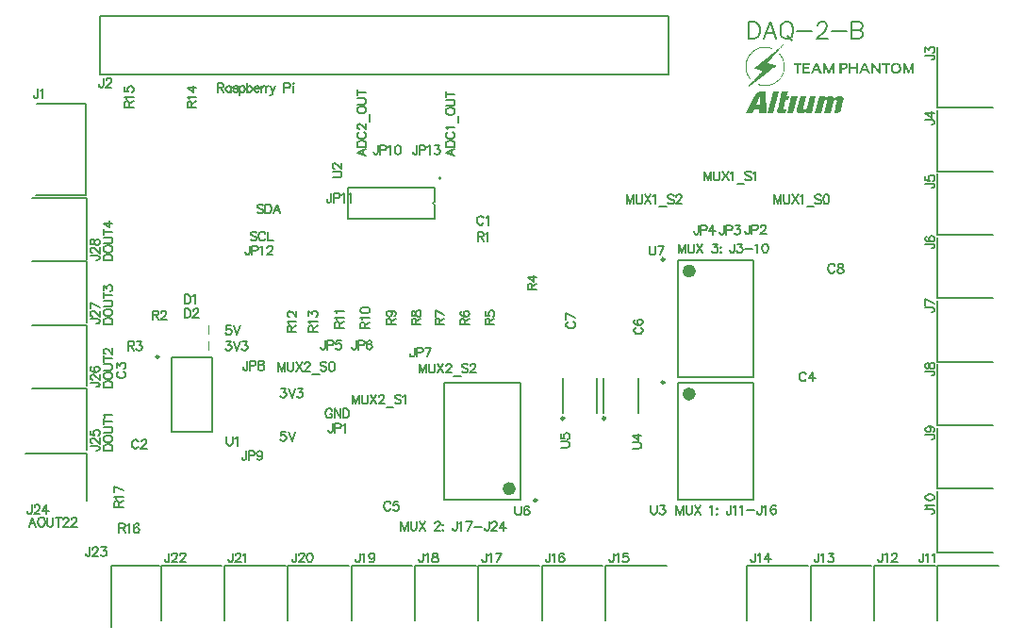
<source format=gto>
G04*
G04 #@! TF.GenerationSoftware,Altium Limited,Altium Designer,22.2.1 (43)*
G04*
G04 Layer_Color=65535*
%FSLAX25Y25*%
%MOIN*%
G70*
G04*
G04 #@! TF.SameCoordinates,97A6E9F3-C8AE-4924-B40C-96554566FD82*
G04*
G04*
G04 #@! TF.FilePolarity,Positive*
G04*
G01*
G75*
%ADD10C,0.00984*%
%ADD11C,0.02362*%
%ADD12C,0.00787*%
%ADD13C,0.00197*%
%ADD14C,0.00620*%
G36*
X289182Y188688D02*
X289298Y188680D01*
X289401Y188666D01*
X289481Y188651D01*
X289539Y188637D01*
X289576Y188629D01*
X289590Y188622D01*
X289699Y188593D01*
X289794Y188557D01*
X289889Y188513D01*
X289962Y188476D01*
X290020Y188440D01*
X290071Y188411D01*
X290100Y188389D01*
X290108Y188382D01*
X290173Y188309D01*
X290232Y188228D01*
X290275Y188148D01*
X290304Y188075D01*
X290326Y188003D01*
X290348Y187944D01*
X290355Y187908D01*
Y187900D01*
Y187893D01*
X290370Y187769D01*
Y187638D01*
X290363Y187514D01*
X290348Y187390D01*
X290326Y187281D01*
X290312Y187201D01*
X290304Y187164D01*
Y187142D01*
X290297Y187128D01*
Y187120D01*
X289466Y183818D01*
X289408Y183658D01*
X289335Y183512D01*
X289247Y183381D01*
X289153Y183271D01*
X289065Y183184D01*
X288992Y183118D01*
X288963Y183096D01*
X288948Y183082D01*
X288934Y183074D01*
X288927Y183067D01*
X288766Y182965D01*
X288606Y182892D01*
X288445Y182841D01*
X288307Y182805D01*
X288183Y182783D01*
X288132Y182775D01*
X288088D01*
X288052Y182768D01*
X287046D01*
X288001Y186581D01*
X288030Y186705D01*
X288037Y186807D01*
Y186894D01*
X288030Y186967D01*
X288015Y187018D01*
X288001Y187062D01*
X287994Y187084D01*
X287986Y187091D01*
X287943Y187150D01*
X287877Y187186D01*
X287811Y187215D01*
X287738Y187237D01*
X287673Y187252D01*
X287622Y187259D01*
X287571D01*
X287454Y187252D01*
X287352Y187230D01*
X287257Y187208D01*
X287184Y187179D01*
X287119Y187142D01*
X287075Y187120D01*
X287046Y187099D01*
X287038Y187091D01*
X286966Y187018D01*
X286907Y186938D01*
X286856Y186858D01*
X286820Y186770D01*
X286783Y186698D01*
X286761Y186639D01*
X286754Y186595D01*
X286747Y186588D01*
Y186581D01*
X285792Y182768D01*
X283641Y182768D01*
X284589Y186574D01*
X284618Y186698D01*
X284633Y186800D01*
Y186894D01*
X284626Y186967D01*
X284611Y187018D01*
X284596Y187062D01*
X284589Y187084D01*
X284582Y187091D01*
X284531Y187150D01*
X284472Y187186D01*
X284400Y187215D01*
X284327Y187237D01*
X284261Y187252D01*
X284210Y187259D01*
X284159D01*
X284050Y187252D01*
X283948Y187230D01*
X283860Y187208D01*
X283787Y187179D01*
X283729Y187142D01*
X283685Y187120D01*
X283656Y187099D01*
X283649Y187091D01*
X283576Y187018D01*
X283518Y186938D01*
X283466Y186858D01*
X283430Y186770D01*
X283401Y186698D01*
X283379Y186639D01*
X283372Y186595D01*
X283364Y186588D01*
Y186581D01*
X282402Y182768D01*
X280252D01*
X281695Y188542D01*
X283867D01*
X283700Y187842D01*
X283722D01*
X283853Y187995D01*
X283984Y188126D01*
X284122Y188236D01*
X284246Y188323D01*
X284356Y188396D01*
X284400Y188425D01*
X284436Y188447D01*
X284472Y188462D01*
X284494Y188476D01*
X284509Y188484D01*
X284516D01*
X284691Y188557D01*
X284873Y188608D01*
X285048Y188651D01*
X285216Y188673D01*
X285289Y188688D01*
X285354D01*
X285413Y188695D01*
X285464Y188702D01*
X285690D01*
X285806Y188695D01*
X285909Y188688D01*
X285996Y188673D01*
X286069Y188666D01*
X286120Y188651D01*
X286149Y188644D01*
X286164D01*
X286259Y188622D01*
X286339Y188600D01*
X286412Y188571D01*
X286477Y188542D01*
X286528Y188520D01*
X286565Y188498D01*
X286586Y188491D01*
X286594Y188484D01*
X286652Y188440D01*
X286703Y188389D01*
X286754Y188345D01*
X286791Y188301D01*
X286820Y188258D01*
X286842Y188228D01*
X286849Y188207D01*
X286856Y188199D01*
X286922Y188068D01*
X286951Y188003D01*
X286973Y187937D01*
X286987Y187886D01*
X287002Y187842D01*
X287009Y187813D01*
Y187806D01*
X287082Y187893D01*
X287155Y187973D01*
X287221Y188046D01*
X287286Y188112D01*
X287345Y188163D01*
X287388Y188199D01*
X287418Y188221D01*
X287425Y188228D01*
X287512Y188294D01*
X287600Y188345D01*
X287680Y188389D01*
X287753Y188433D01*
X287819Y188462D01*
X287870Y188484D01*
X287899Y188491D01*
X287913Y188498D01*
X288096Y188564D01*
X288176Y188593D01*
X288256Y188615D01*
X288314Y188629D01*
X288365Y188644D01*
X288402Y188651D01*
X288409D01*
X288591Y188680D01*
X288679Y188688D01*
X288759Y188695D01*
X288825Y188702D01*
X289058D01*
X289182Y188688D01*
D02*
G37*
G36*
X279187Y182761D02*
X277044D01*
X277212Y183454D01*
X277183D01*
X277051Y183308D01*
X276920Y183184D01*
X276789Y183074D01*
X276665Y182987D01*
X276555Y182921D01*
X276512Y182892D01*
X276475Y182870D01*
X276439Y182856D01*
X276417Y182841D01*
X276402Y182834D01*
X276395D01*
X276220Y182761D01*
X276045Y182710D01*
X275870Y182674D01*
X275710Y182652D01*
X275637Y182637D01*
X275571D01*
X275506Y182630D01*
X275462Y182622D01*
X275221D01*
X275097Y182630D01*
X274981Y182644D01*
X274886Y182659D01*
X274806Y182674D01*
X274748Y182681D01*
X274711Y182695D01*
X274697D01*
X274594Y182732D01*
X274500Y182768D01*
X274419Y182812D01*
X274347Y182856D01*
X274296Y182892D01*
X274252Y182921D01*
X274223Y182943D01*
X274215Y182950D01*
X274143Y183016D01*
X274077Y183089D01*
X274033Y183162D01*
X273997Y183235D01*
X273968Y183308D01*
X273953Y183359D01*
X273938Y183395D01*
Y183410D01*
X273924Y183534D01*
Y183658D01*
X273931Y183782D01*
X273946Y183905D01*
X273968Y184008D01*
X273982Y184095D01*
X273989Y184124D01*
Y184146D01*
X273997Y184161D01*
Y184168D01*
X275090Y188542D01*
X277241D01*
X276286Y184722D01*
X276264Y184598D01*
X276249Y184496D01*
Y184408D01*
X276264Y184336D01*
X276271Y184277D01*
X276286Y184241D01*
X276293Y184212D01*
X276300Y184204D01*
X276351Y184146D01*
X276410Y184102D01*
X276475Y184073D01*
X276548Y184051D01*
X276606Y184037D01*
X276658Y184029D01*
X276709D01*
X276825Y184037D01*
X276927Y184059D01*
X277015Y184088D01*
X277088Y184117D01*
X277146Y184146D01*
X277190Y184175D01*
X277219Y184197D01*
X277226Y184204D01*
X277299Y184277D01*
X277357Y184358D01*
X277408Y184445D01*
X277452Y184532D01*
X277481Y184605D01*
X277503Y184664D01*
X277510Y184707D01*
X277518Y184715D01*
Y184722D01*
X278480Y188542D01*
X280631D01*
X279187Y182761D01*
D02*
G37*
G36*
X272663D02*
X270512D01*
X271955Y188542D01*
X274113D01*
X272663Y182761D01*
D02*
G37*
G36*
X265635D02*
X263477D01*
X265394Y190386D01*
X267545D01*
X265635Y182761D01*
D02*
G37*
G36*
X263025D02*
X260539D01*
X260612Y184088D01*
X258761D01*
X258177Y182768D01*
X255699Y182761D01*
X258972Y188870D01*
X259045Y188994D01*
X259125Y189103D01*
X259205Y189213D01*
X259271Y189300D01*
X259336Y189373D01*
X259380Y189431D01*
X259409Y189461D01*
X259424Y189475D01*
X259526Y189577D01*
X259628Y189665D01*
X259723Y189745D01*
X259810Y189818D01*
X259891Y189869D01*
X259949Y189912D01*
X259985Y189942D01*
X260000Y189949D01*
X260124Y190022D01*
X260241Y190080D01*
X260357Y190138D01*
X260467Y190182D01*
X260554Y190219D01*
X260627Y190241D01*
X260649Y190248D01*
X260671Y190255D01*
X260678Y190262D01*
X260685D01*
X260824Y190299D01*
X260962Y190328D01*
X261093Y190350D01*
X261210Y190364D01*
X261312Y190379D01*
X261392D01*
X261421Y190386D01*
X262741D01*
X263025Y182761D01*
D02*
G37*
G36*
X270257Y188542D02*
X271161D01*
X270840Y187244D01*
X269936D01*
X269251Y184496D01*
X269236Y184416D01*
Y184343D01*
Y184285D01*
X269251Y184233D01*
X269266Y184197D01*
X269280Y184168D01*
X269287Y184153D01*
X269295Y184146D01*
X269346Y184110D01*
X269397Y184080D01*
X269462Y184066D01*
X269528Y184051D01*
X269586Y184044D01*
X270038D01*
X269718Y182761D01*
X269594Y182754D01*
X269477Y182746D01*
X269375Y182739D01*
X269280Y182732D01*
X269200D01*
X269134Y182724D01*
X269083D01*
X268974Y182717D01*
X268762D01*
X268675Y182710D01*
X268318D01*
X268157Y182717D01*
X268019Y182724D01*
X267895Y182739D01*
X267800Y182746D01*
X267727Y182761D01*
X267684Y182768D01*
X267669D01*
X267552Y182797D01*
X267450Y182827D01*
X267363Y182863D01*
X267290Y182892D01*
X267232Y182921D01*
X267195Y182943D01*
X267166Y182958D01*
X267159Y182965D01*
X267093Y183023D01*
X267042Y183089D01*
X266998Y183162D01*
X266969Y183228D01*
X266947Y183293D01*
X266933Y183344D01*
X266925Y183381D01*
Y183395D01*
X266918Y183512D01*
X266925Y183643D01*
X266940Y183767D01*
X266962Y183891D01*
X266976Y184000D01*
X266998Y184080D01*
X267006Y184117D01*
Y184139D01*
X267013Y184153D01*
Y184161D01*
X268566Y190306D01*
X270724D01*
X270257Y188542D01*
D02*
G37*
G36*
X263076Y206155D02*
X263178Y206141D01*
X263310D01*
X263441Y206112D01*
X263601Y206097D01*
X263936Y206039D01*
X264316Y205951D01*
X264724Y205835D01*
X265132Y205689D01*
X265030Y205412D01*
X265015D01*
X264986Y205427D01*
X264928Y205456D01*
X264841Y205470D01*
X264753Y205514D01*
X264636Y205543D01*
X264505Y205587D01*
X264359Y205616D01*
X264039Y205703D01*
X263674Y205776D01*
X263280Y205820D01*
X262872Y205849D01*
X262478D01*
X262347Y205835D01*
X262201D01*
X261866Y205805D01*
X261516Y205762D01*
X261137Y205689D01*
X260743Y205587D01*
X260729D01*
X260700Y205572D01*
X260641Y205558D01*
X260568Y205528D01*
X260481Y205499D01*
X260379Y205456D01*
X260117Y205353D01*
X259825Y205222D01*
X259504Y205062D01*
X259169Y204872D01*
X258819Y204654D01*
X258804D01*
X258775Y204625D01*
X258732Y204595D01*
X258673Y204537D01*
X258498Y204406D01*
X258294Y204216D01*
X258046Y203998D01*
X257784Y203721D01*
X257521Y203429D01*
X257259Y203094D01*
Y203079D01*
X257230Y203050D01*
X257201Y203006D01*
X257157Y202933D01*
X257099Y202846D01*
X257040Y202758D01*
X256967Y202642D01*
X256894Y202510D01*
X256734Y202219D01*
X256574Y201884D01*
X256413Y201519D01*
X256282Y201125D01*
Y201111D01*
X256267Y201082D01*
X256253Y201023D01*
X256238Y200936D01*
X256209Y200848D01*
X256180Y200732D01*
X256165Y200601D01*
X256136Y200455D01*
X256078Y200134D01*
X256034Y199784D01*
X256005Y199390D01*
Y198997D01*
Y198982D01*
Y198953D01*
Y198895D01*
X256020Y198822D01*
X256034Y198720D01*
Y198603D01*
X256049Y198472D01*
X256078Y198341D01*
X256122Y198020D01*
X256209Y197655D01*
X256297Y197291D01*
X256428Y196897D01*
Y196883D01*
X256442Y196853D01*
X256472Y196795D01*
X256501Y196722D01*
X256544Y196635D01*
X256588Y196518D01*
X256719Y196270D01*
X256865Y195979D01*
X257055Y195658D01*
X257288Y195323D01*
X257536Y194987D01*
X257288Y194812D01*
Y194798D01*
X257274Y194812D01*
X257259Y194841D01*
X257215Y194885D01*
X257171Y194958D01*
X257099Y195045D01*
X257026Y195148D01*
X256953Y195264D01*
X256865Y195395D01*
X256676Y195687D01*
X256486Y196022D01*
X256297Y196401D01*
X256136Y196795D01*
Y196810D01*
X256122Y196839D01*
X256107Y196897D01*
X256078Y196985D01*
X256049Y197072D01*
X256005Y197189D01*
X255976Y197320D01*
X255932Y197466D01*
X255859Y197801D01*
X255786Y198166D01*
X255728Y198559D01*
X255699Y198982D01*
Y198997D01*
Y199026D01*
Y199099D01*
Y199172D01*
Y199274D01*
X255713Y199390D01*
Y199536D01*
X255728Y199682D01*
X255757Y200017D01*
X255816Y200396D01*
X255888Y200805D01*
X255990Y201213D01*
Y201227D01*
X256005Y201257D01*
X256020Y201315D01*
X256049Y201402D01*
X256093Y201490D01*
X256122Y201606D01*
X256180Y201738D01*
X256238Y201884D01*
X256384Y202204D01*
X256544Y202554D01*
X256763Y202919D01*
X256996Y203283D01*
X257011Y203298D01*
X257026Y203327D01*
X257069Y203371D01*
X257128Y203444D01*
X257186Y203531D01*
X257274Y203619D01*
X257463Y203852D01*
X257711Y204100D01*
X257988Y204362D01*
X258309Y204639D01*
X258644Y204887D01*
X258659Y204902D01*
X258688Y204916D01*
X258746Y204945D01*
X258804Y205004D01*
X258892Y205047D01*
X258994Y205120D01*
X259125Y205193D01*
X259256Y205266D01*
X259548Y205427D01*
X259898Y205587D01*
X260262Y205747D01*
X260656Y205878D01*
X260671D01*
X260700Y205893D01*
X260758Y205908D01*
X260846Y205922D01*
X260948Y205951D01*
X261064Y205980D01*
X261195Y206010D01*
X261341Y206039D01*
X261677Y206097D01*
X262056Y206141D01*
X262464Y206170D01*
X263003D01*
X263076Y206155D01*
D02*
G37*
G36*
X295429Y196737D02*
X294759D01*
Y198311D01*
X292922D01*
Y196737D01*
X292236D01*
Y200455D01*
X292922D01*
Y198909D01*
X294759D01*
Y200455D01*
X295429D01*
Y196737D01*
D02*
G37*
G36*
X290837Y200440D02*
X290968Y200426D01*
X291099Y200396D01*
X291245Y200338D01*
X291376Y200280D01*
X291493Y200192D01*
X291507Y200178D01*
X291536Y200149D01*
X291580Y200076D01*
X291638Y200003D01*
X291697Y199886D01*
X291741Y199755D01*
X291770Y199594D01*
X291784Y199405D01*
Y199376D01*
Y199317D01*
X291770Y199201D01*
X291741Y199084D01*
X291682Y198938D01*
X291624Y198778D01*
X291522Y198632D01*
X291391Y198486D01*
X291376Y198472D01*
X291318Y198428D01*
X291230Y198370D01*
X291099Y198297D01*
X290939Y198224D01*
X290735Y198151D01*
X290501Y198078D01*
X290224Y198034D01*
X290122Y198632D01*
X290137D01*
X290195Y198647D01*
X290283Y198676D01*
X290385Y198705D01*
X290618Y198793D01*
X290720Y198851D01*
X290822Y198909D01*
X290837Y198924D01*
X290866Y198938D01*
X290895Y198982D01*
X290953Y199040D01*
X291026Y199186D01*
X291055Y199274D01*
X291070Y199376D01*
Y199390D01*
Y199419D01*
X291055Y199507D01*
X291026Y199609D01*
X290953Y199711D01*
X290939Y199726D01*
X290866Y199769D01*
X290764Y199813D01*
X290603Y199828D01*
X289670D01*
Y196737D01*
X288985D01*
Y200455D01*
X290735D01*
X290837Y200440D01*
D02*
G37*
G36*
X303565Y196737D02*
X302894D01*
X300926Y199492D01*
Y196737D01*
X300255D01*
Y200455D01*
X300955D01*
X302909Y197743D01*
Y200455D01*
X303565D01*
Y196737D01*
D02*
G37*
G36*
X315273D02*
X314631D01*
Y199332D01*
X313625Y196737D01*
X313042D01*
X312021Y199332D01*
Y196737D01*
X311380D01*
Y200455D01*
X312094D01*
X313348Y197641D01*
X314587Y200455D01*
X315273D01*
Y196737D01*
D02*
G37*
G36*
X287031D02*
X286404D01*
Y199332D01*
X285384Y196737D01*
X284801D01*
X283780Y199332D01*
Y196737D01*
X283138D01*
Y200455D01*
X283867D01*
X285107Y197641D01*
X286346Y200455D01*
X287031D01*
Y196737D01*
D02*
G37*
G36*
X306773Y199857D02*
X305723D01*
Y196737D01*
X305023D01*
Y199857D01*
X303959D01*
Y200455D01*
X306773D01*
Y199857D01*
D02*
G37*
G36*
X299818Y196737D02*
X299074D01*
X298652Y197743D01*
X297412D01*
X297660Y198341D01*
X298404D01*
X297820Y199740D01*
X296596Y196737D01*
X295896D01*
X297456Y200455D01*
X298200D01*
X299818Y196737D01*
D02*
G37*
G36*
X282701Y196737D02*
X281957D01*
X281535Y197743D01*
X280295D01*
X280529Y198341D01*
X281287D01*
X280703Y199740D01*
X279464Y196737D01*
X278779D01*
X280339Y200455D01*
X281083D01*
X282701Y196737D01*
D02*
G37*
G36*
X278429Y199857D02*
X276563D01*
Y198924D01*
X278327D01*
Y198311D01*
X276563D01*
Y197335D01*
X278458D01*
Y196737D01*
X275892D01*
Y200455D01*
X278429D01*
Y199857D01*
D02*
G37*
G36*
X275499D02*
X274419D01*
Y196737D01*
X273749D01*
Y199857D01*
X272685D01*
Y200455D01*
X275499D01*
Y199857D01*
D02*
G37*
G36*
X309207Y200440D02*
X309412Y200411D01*
X309630Y200353D01*
X309863Y200265D01*
X310082Y200149D01*
X310272Y199988D01*
X310286Y199973D01*
X310345Y199901D01*
X310418Y199799D01*
X310505Y199638D01*
X310593Y199449D01*
X310665Y199201D01*
X310724Y198924D01*
X310738Y198588D01*
Y198574D01*
Y198545D01*
Y198501D01*
Y198443D01*
X310709Y198268D01*
X310680Y198064D01*
X310622Y197830D01*
X310549Y197597D01*
X310432Y197378D01*
X310272Y197174D01*
X310257Y197160D01*
X310184Y197101D01*
X310082Y197028D01*
X309922Y196941D01*
X309732Y196853D01*
X309499Y196781D01*
X309222Y196722D01*
X308901Y196708D01*
X308814D01*
X308755Y196722D01*
X308595Y196737D01*
X308391Y196766D01*
X308172Y196824D01*
X307954Y196912D01*
X307735Y197014D01*
X307531Y197174D01*
X307516Y197203D01*
X307458Y197262D01*
X307385Y197378D01*
X307297Y197539D01*
X307210Y197728D01*
X307122Y197976D01*
X307064Y198253D01*
X307035Y198588D01*
Y198603D01*
Y198632D01*
Y198676D01*
X307050Y198749D01*
X307064Y198909D01*
X307093Y199113D01*
X307152Y199347D01*
X307239Y199580D01*
X307341Y199799D01*
X307502Y199988D01*
X307531Y200003D01*
X307589Y200061D01*
X307706Y200134D01*
X307852Y200236D01*
X308056Y200324D01*
X308289Y200396D01*
X308580Y200455D01*
X308901Y200469D01*
X309047D01*
X309207Y200440D01*
D02*
G37*
G36*
X267859Y203794D02*
X267873Y203764D01*
X267917Y203721D01*
X267975Y203662D01*
X268034Y203575D01*
X268106Y203473D01*
X268194Y203371D01*
X268281Y203239D01*
X268485Y202948D01*
X268675Y202627D01*
X268879Y202248D01*
X269054Y201854D01*
Y201840D01*
X269069Y201811D01*
X269098Y201752D01*
X269127Y201665D01*
X269156Y201563D01*
X269200Y201446D01*
X269244Y201315D01*
X269287Y201169D01*
X269375Y200834D01*
X269448Y200455D01*
X269521Y200046D01*
X269564Y199609D01*
Y199594D01*
Y199551D01*
Y199492D01*
Y199405D01*
Y199303D01*
Y199172D01*
Y199026D01*
X269550Y198865D01*
X269521Y198515D01*
X269477Y198122D01*
X269389Y197699D01*
X269287Y197276D01*
Y197262D01*
X269273Y197232D01*
X269258Y197160D01*
X269229Y197087D01*
X269185Y196985D01*
X269142Y196868D01*
X269098Y196737D01*
X269040Y196591D01*
X268894Y196270D01*
X268704Y195906D01*
X268500Y195541D01*
X268252Y195177D01*
X268238Y195162D01*
X268223Y195133D01*
X268179Y195089D01*
X268136Y195016D01*
X268063Y194943D01*
X267990Y194841D01*
X267786Y194623D01*
X267552Y194360D01*
X267261Y194083D01*
X266940Y193806D01*
X266590Y193544D01*
X266576Y193529D01*
X266546Y193515D01*
X266488Y193485D01*
X266415Y193427D01*
X266328Y193369D01*
X266226Y193310D01*
X266094Y193238D01*
X265963Y193165D01*
X265642Y193004D01*
X265293Y192844D01*
X264899Y192683D01*
X264476Y192552D01*
X264461D01*
X264403Y192538D01*
X264316Y192509D01*
X264199Y192479D01*
X264053Y192450D01*
X263893Y192421D01*
X263557Y192363D01*
X263543D01*
X263485Y192348D01*
X263383D01*
X263266Y192334D01*
X263135Y192319D01*
X262974D01*
X262624Y192304D01*
X262508D01*
X262376Y192319D01*
X262201D01*
X261997Y192334D01*
X261764Y192363D01*
X261531Y192392D01*
X261268Y192436D01*
X261239D01*
X261152Y192465D01*
X261020Y192494D01*
X260846Y192538D01*
X260641Y192596D01*
X260423Y192669D01*
X259956Y192844D01*
X260073Y193121D01*
X260087D01*
X260117Y193106D01*
X260175Y193077D01*
X260262Y193048D01*
X260364Y193019D01*
X260467Y192975D01*
X260598Y192931D01*
X260758Y192888D01*
X261079Y192800D01*
X261458Y192713D01*
X261852Y192654D01*
X262260Y192611D01*
X262799D01*
X262960Y192625D01*
X263280Y192640D01*
X263645Y192683D01*
X264039Y192756D01*
X264432Y192844D01*
X264447D01*
X264476Y192859D01*
X264534Y192873D01*
X264607Y192902D01*
X264709Y192931D01*
X264811Y192975D01*
X265074Y193077D01*
X265380Y193208D01*
X265715Y193369D01*
X266065Y193558D01*
X266415Y193777D01*
X266430Y193792D01*
X266459Y193806D01*
X266503Y193835D01*
X266576Y193894D01*
X266648Y193952D01*
X266736Y194025D01*
X266955Y194214D01*
X267217Y194448D01*
X267479Y194710D01*
X267757Y195016D01*
X268019Y195366D01*
X268034Y195381D01*
X268048Y195410D01*
X268077Y195454D01*
X268136Y195527D01*
X268179Y195614D01*
X268252Y195716D01*
X268325Y195833D01*
X268398Y195964D01*
X268558Y196270D01*
X268719Y196620D01*
X268879Y196999D01*
X269010Y197393D01*
Y197407D01*
X269025Y197437D01*
X269040Y197495D01*
X269054Y197582D01*
X269083Y197670D01*
X269098Y197786D01*
X269127Y197918D01*
X269156Y198064D01*
X269200Y198399D01*
X269244Y198763D01*
X269258Y199143D01*
Y199551D01*
Y199565D01*
Y199594D01*
Y199653D01*
X269244Y199740D01*
X269229Y199828D01*
Y199944D01*
X269200Y200076D01*
X269185Y200221D01*
X269127Y200542D01*
X269040Y200907D01*
X268937Y201286D01*
X268792Y201679D01*
Y201694D01*
X268777Y201723D01*
X268748Y201781D01*
X268719Y201854D01*
X268675Y201956D01*
X268617Y202059D01*
X268485Y202321D01*
X268325Y202612D01*
X268121Y202933D01*
X267888Y203269D01*
X267611Y203604D01*
X267844Y203808D01*
X267859Y203794D01*
D02*
G37*
G36*
X269069Y206914D02*
Y206885D01*
X269083Y206870D01*
Y206841D01*
X269069Y206826D01*
X269054Y206811D01*
X269010Y206768D01*
X268967Y206710D01*
X268821Y206549D01*
X268646Y206345D01*
X268427Y206112D01*
X268194Y205835D01*
X267931Y205558D01*
X267669Y205252D01*
X267654Y205237D01*
X267640Y205222D01*
X267596Y205179D01*
X267552Y205120D01*
X267407Y204960D01*
X267217Y204756D01*
X267013Y204508D01*
X266765Y204231D01*
X266503Y203954D01*
X266240Y203648D01*
X266226Y203633D01*
X266211Y203619D01*
X266167Y203575D01*
X266124Y203517D01*
X265978Y203356D01*
X265788Y203152D01*
X265569Y202904D01*
X265336Y202627D01*
X265074Y202336D01*
X264797Y202029D01*
X264782Y202015D01*
X264768Y202000D01*
X264724Y201956D01*
X264680Y201898D01*
X264534Y201738D01*
X264345Y201534D01*
X264126Y201286D01*
X263893Y201009D01*
X263630Y200732D01*
X263353Y200426D01*
X263368D01*
X263397Y200411D01*
X263441Y200396D01*
X263499Y200382D01*
X263572Y200367D01*
X263660Y200338D01*
X263878Y200280D01*
X264141Y200207D01*
X264418Y200134D01*
X264724Y200046D01*
X265045Y199959D01*
X265059D01*
X265088Y199944D01*
X265132D01*
X265190Y199915D01*
X265263Y199901D01*
X265351Y199872D01*
X265569Y199828D01*
X265832Y199755D01*
X266124Y199682D01*
X266430Y199594D01*
X266751Y199507D01*
X266736Y199492D01*
X266692Y199463D01*
X266619Y199405D01*
X266517Y199332D01*
X266386Y199244D01*
X266240Y199128D01*
X266080Y199011D01*
X265890Y198865D01*
X265686Y198720D01*
X265467Y198559D01*
X265001Y198209D01*
X264505Y197830D01*
X263995Y197437D01*
X263980Y197422D01*
X263936Y197393D01*
X263864Y197335D01*
X263762Y197262D01*
X263630Y197160D01*
X263485Y197057D01*
X263324Y196926D01*
X263135Y196795D01*
X262945Y196635D01*
X262726Y196474D01*
X262260Y196124D01*
X261764Y195760D01*
X261254Y195366D01*
X261239Y195352D01*
X261195Y195323D01*
X261123Y195264D01*
X261020Y195191D01*
X260904Y195104D01*
X260758Y194987D01*
X260583Y194870D01*
X260408Y194725D01*
X260204Y194579D01*
X260000Y194419D01*
X259533Y194069D01*
X259038Y193704D01*
X258527Y193325D01*
X258513Y193310D01*
X258469Y193281D01*
X258396Y193223D01*
X258294Y193150D01*
X258163Y193063D01*
X258017Y192946D01*
X257857Y192829D01*
X257667Y192683D01*
X257478Y192538D01*
X257259Y192377D01*
X256792Y192027D01*
X256311Y191663D01*
X255801Y191284D01*
X255786Y191298D01*
X255772Y191328D01*
Y191342D01*
Y191357D01*
X255786Y191371D01*
X255801Y191386D01*
X255845Y191430D01*
X255903Y191488D01*
X256034Y191648D01*
X256224Y191852D01*
X256442Y192086D01*
X256690Y192348D01*
X256953Y192625D01*
X257230Y192917D01*
X257244Y192931D01*
X257259Y192946D01*
X257303Y192990D01*
X257361Y193048D01*
X257492Y193208D01*
X257682Y193412D01*
X257900Y193646D01*
X258148Y193908D01*
X258411Y194185D01*
X258688Y194477D01*
X258702Y194492D01*
X258717Y194506D01*
X258761Y194550D01*
X258819Y194608D01*
X258965Y194769D01*
X259154Y194973D01*
X259373Y195206D01*
X259635Y195483D01*
X259898Y195774D01*
X260175Y196066D01*
X260190Y196081D01*
X260204Y196095D01*
X260248Y196139D01*
X260306Y196197D01*
X260452Y196358D01*
X260627Y196562D01*
X260860Y196795D01*
X261108Y197072D01*
X261370Y197364D01*
X261648Y197655D01*
X261633D01*
X261618Y197670D01*
X261531Y197699D01*
X261385Y197743D01*
X261210Y197801D01*
X260991Y197874D01*
X260758Y197961D01*
X260510Y198034D01*
X260248Y198122D01*
X260233D01*
X260219Y198136D01*
X260131Y198166D01*
X260000Y198209D01*
X259810Y198268D01*
X259606Y198341D01*
X259373Y198428D01*
X259110Y198515D01*
X258848Y198603D01*
X258863Y198618D01*
X258906Y198647D01*
X258979Y198705D01*
X259067Y198778D01*
X259183Y198880D01*
X259329Y198997D01*
X259490Y199113D01*
X259650Y199259D01*
X259840Y199419D01*
X260044Y199580D01*
X260481Y199930D01*
X260933Y200309D01*
X261414Y200703D01*
X261429Y200717D01*
X261473Y200746D01*
X261545Y200805D01*
X261633Y200877D01*
X261750Y200979D01*
X261881Y201082D01*
X262041Y201213D01*
X262216Y201344D01*
X262406Y201504D01*
X262595Y201665D01*
X263033Y202015D01*
X263499Y202394D01*
X263966Y202773D01*
X263980Y202787D01*
X264024Y202817D01*
X264097Y202875D01*
X264184Y202948D01*
X264301Y203050D01*
X264432Y203167D01*
X264593Y203283D01*
X264768Y203429D01*
X264957Y203575D01*
X265147Y203750D01*
X265584Y204100D01*
X266051Y204479D01*
X266517Y204858D01*
X266532Y204872D01*
X266576Y204902D01*
X266648Y204960D01*
X266736Y205033D01*
X266852Y205135D01*
X266984Y205237D01*
X267144Y205368D01*
X267304Y205499D01*
X267494Y205660D01*
X267698Y205820D01*
X268121Y206170D01*
X268587Y206549D01*
X269054Y206928D01*
X269069Y206914D01*
D02*
G37*
%LPC*%
G36*
X260875Y188724D02*
X259402Y185546D01*
X260693D01*
X260875Y188724D01*
D02*
G37*
G36*
X308901Y199886D02*
X308799D01*
X308697Y199872D01*
X308580Y199842D01*
X308435Y199799D01*
X308289Y199740D01*
X308143Y199667D01*
X308026Y199551D01*
X308012Y199536D01*
X307983Y199492D01*
X307939Y199419D01*
X307895Y199317D01*
X307837Y199172D01*
X307793Y199011D01*
X307764Y198822D01*
X307749Y198603D01*
Y198574D01*
Y198501D01*
X307764Y198384D01*
X307779Y198239D01*
X307822Y198093D01*
X307866Y197932D01*
X307939Y197772D01*
X308026Y197641D01*
X308041Y197626D01*
X308085Y197597D01*
X308143Y197539D01*
X308245Y197480D01*
X308362Y197422D01*
X308522Y197364D01*
X308697Y197335D01*
X308901Y197320D01*
X308989D01*
X309091Y197335D01*
X309207Y197364D01*
X309353Y197393D01*
X309484Y197451D01*
X309616Y197539D01*
X309732Y197641D01*
X309747Y197655D01*
X309776Y197699D01*
X309820Y197772D01*
X309878Y197889D01*
X309936Y198020D01*
X309980Y198180D01*
X310009Y198384D01*
X310024Y198603D01*
Y198618D01*
Y198632D01*
Y198705D01*
X310009Y198822D01*
X309995Y198953D01*
X309951Y199113D01*
X309907Y199274D01*
X309834Y199419D01*
X309732Y199551D01*
X309718Y199565D01*
X309674Y199609D01*
X309616Y199653D01*
X309528Y199726D01*
X309412Y199784D01*
X309266Y199828D01*
X309091Y199872D01*
X308901Y199886D01*
D02*
G37*
%LPD*%
D10*
X48345Y96535D02*
G03*
X48345Y96535I-492J0D01*
G01*
X181909Y45807D02*
G03*
X181909Y45807I-492J0D01*
G01*
X227028Y131004D02*
G03*
X227028Y131004I-492J0D01*
G01*
X191555Y74803D02*
G03*
X191555Y74803I-492J0D01*
G01*
X206122D02*
G03*
X206122Y74803I-492J0D01*
G01*
X227028Y87500D02*
G03*
X227028Y87500I-492J0D01*
G01*
D11*
X173346Y49921D02*
G03*
X173346Y49921I-1181J0D01*
G01*
X236968Y126890D02*
G03*
X236968Y126890I-1181J0D01*
G01*
Y83386D02*
G03*
X236968Y83386I-1181J0D01*
G01*
D12*
X145827Y151427D02*
G03*
X145827Y150148I0J-640D01*
G01*
X147996Y159689D02*
G03*
X147996Y159689I-315J0D01*
G01*
X4929Y153740D02*
X22559D01*
X5126Y186063D02*
X22559D01*
Y153740D02*
Y186063D01*
X1185Y62516D02*
X22835D01*
Y45744D02*
Y62516D01*
X31618Y1185D02*
Y22835D01*
X48390D01*
X52676Y70157D02*
X67243D01*
X52676Y96535D02*
X67243D01*
Y70157D02*
Y96535D01*
X52676Y70157D02*
Y96535D01*
X149331Y87323D02*
X176102D01*
X149331Y45984D02*
X176102D01*
X149331D02*
Y87323D01*
X176102Y45984D02*
Y87323D01*
X256299Y22835D02*
X277835D01*
X256299Y3366D02*
Y22835D01*
X231850Y89488D02*
Y130827D01*
X258622Y89488D02*
Y130827D01*
X231850D02*
X258622D01*
X231850Y89488D02*
X258622D01*
X191063Y76575D02*
Y88976D01*
X203268Y76772D02*
Y88976D01*
X205630Y76575D02*
Y88976D01*
X217835Y76772D02*
Y88976D01*
X231850Y45984D02*
Y87323D01*
X258622Y45984D02*
Y87323D01*
X231850D02*
X258622D01*
X231850Y45984D02*
X258622D01*
X115118Y156358D02*
X145827D01*
X115118Y145217D02*
Y156358D01*
Y145217D02*
X145827D01*
Y150148D01*
Y151427D02*
Y156358D01*
X3366Y152677D02*
X22835D01*
Y131142D02*
Y152677D01*
X3366Y130236D02*
X22835D01*
Y108701D02*
Y130236D01*
X3366Y107795D02*
X22835D01*
Y86260D02*
Y107795D01*
X3366Y85354D02*
X22835D01*
Y63819D02*
Y85354D01*
X49095Y3366D02*
Y22835D01*
X70630D01*
X71535Y3366D02*
Y22835D01*
X93071D01*
X93976Y3366D02*
Y22835D01*
X115512D01*
X116417Y3366D02*
Y22835D01*
X137953D01*
X138858Y3366D02*
Y22835D01*
X160394D01*
X161299Y3366D02*
Y22835D01*
X182835D01*
X183740Y3366D02*
Y22835D01*
X205276D01*
X206181Y3366D02*
Y22835D01*
X227716D01*
X278740Y3366D02*
Y22835D01*
X300276D01*
X301181Y3366D02*
Y22835D01*
X322716D01*
X323622Y3366D02*
Y22835D01*
X345158D01*
X323622Y27480D02*
X343091D01*
X323622D02*
Y49016D01*
X323622Y49921D02*
X343091D01*
X323622D02*
Y71457D01*
Y72402D02*
X343091D01*
X323622D02*
Y93937D01*
Y94803D02*
X343091D01*
X323622D02*
Y116339D01*
Y117244D02*
X343091D01*
X323622D02*
Y138780D01*
Y139685D02*
X343091D01*
X323622D02*
Y161221D01*
X323622Y162126D02*
X343091D01*
X323622D02*
Y183661D01*
Y184567D02*
X343091D01*
X323622D02*
Y206102D01*
X27559Y196295D02*
Y217083D01*
X228346Y217083D01*
Y196295D02*
Y217083D01*
X27559Y196295D02*
X228346D01*
D13*
X65965Y98996D02*
Y101949D01*
X65945Y104705D02*
Y107658D01*
D14*
X73729Y107550D02*
X72196D01*
X72043Y106170D01*
X72196Y106324D01*
X72656Y106477D01*
X73116D01*
X73576Y106324D01*
X73883Y106017D01*
X74036Y105557D01*
Y105251D01*
X73883Y104791D01*
X73576Y104484D01*
X73116Y104331D01*
X72656D01*
X72196Y104484D01*
X72043Y104637D01*
X71890Y104944D01*
X74756Y107550D02*
X75983Y104331D01*
X77209Y107550D02*
X75983Y104331D01*
X72196Y102038D02*
X73883D01*
X72963Y100812D01*
X73423D01*
X73729Y100659D01*
X73883Y100505D01*
X74036Y100045D01*
Y99739D01*
X73883Y99279D01*
X73576Y98972D01*
X73116Y98819D01*
X72656D01*
X72196Y98972D01*
X72043Y99125D01*
X71890Y99432D01*
X74756Y102038D02*
X75983Y98819D01*
X77209Y102038D02*
X75983Y98819D01*
X77930Y102038D02*
X79616D01*
X78696Y100812D01*
X79156D01*
X79463Y100659D01*
X79616Y100505D01*
X79769Y100045D01*
Y99739D01*
X79616Y99279D01*
X79309Y98972D01*
X78850Y98819D01*
X78390D01*
X77930Y98972D01*
X77776Y99125D01*
X77623Y99432D01*
X5639Y191216D02*
Y188763D01*
X5485Y188303D01*
X5332Y188150D01*
X5025Y187997D01*
X4719D01*
X4412Y188150D01*
X4259Y188303D01*
X4106Y188763D01*
Y189070D01*
X6466Y190603D02*
X6773Y190756D01*
X7233Y191216D01*
Y187997D01*
X32642Y43479D02*
X35862D01*
X32642D02*
Y44858D01*
X32796Y45318D01*
X32949Y45471D01*
X33255Y45625D01*
X33562D01*
X33869Y45471D01*
X34022Y45318D01*
X34175Y44858D01*
Y43479D01*
Y44552D02*
X35862Y45625D01*
X33255Y46345D02*
X33102Y46652D01*
X32642Y47112D01*
X35862D01*
X32642Y50852D02*
X35862Y49319D01*
X32642Y48706D02*
Y50852D01*
X34264Y37554D02*
Y34335D01*
Y37554D02*
X35644D01*
X36103Y37401D01*
X36257Y37248D01*
X36410Y36941D01*
Y36635D01*
X36257Y36328D01*
X36103Y36175D01*
X35644Y36022D01*
X34264D01*
X35337D02*
X36410Y34335D01*
X37130Y36941D02*
X37437Y37095D01*
X37897Y37554D01*
Y34335D01*
X41331Y37095D02*
X41178Y37401D01*
X40718Y37554D01*
X40411D01*
X39951Y37401D01*
X39645Y36941D01*
X39491Y36175D01*
Y35408D01*
X39645Y34795D01*
X39951Y34488D01*
X40411Y34335D01*
X40564D01*
X41024Y34488D01*
X41331Y34795D01*
X41484Y35255D01*
Y35408D01*
X41331Y35868D01*
X41024Y36175D01*
X40564Y36328D01*
X40411D01*
X39951Y36175D01*
X39645Y35868D01*
X39491Y35408D01*
X101186Y105463D02*
X104405D01*
X101186D02*
Y106842D01*
X101339Y107302D01*
X101492Y107456D01*
X101799Y107609D01*
X102105D01*
X102412Y107456D01*
X102565Y107302D01*
X102719Y106842D01*
Y105463D01*
Y106536D02*
X104405Y107609D01*
X101799Y108329D02*
X101646Y108636D01*
X101186Y109096D01*
X104405D01*
X101186Y110997D02*
Y112683D01*
X102412Y111763D01*
Y112223D01*
X102565Y112530D01*
X102719Y112683D01*
X103179Y112836D01*
X103485D01*
X103945Y112683D01*
X104252Y112376D01*
X104405Y111917D01*
Y111457D01*
X104252Y110997D01*
X104098Y110844D01*
X103792Y110690D01*
X93705Y105463D02*
X96925D01*
X93705D02*
Y106842D01*
X93859Y107302D01*
X94012Y107456D01*
X94318Y107609D01*
X94625D01*
X94932Y107456D01*
X95085Y107302D01*
X95238Y106842D01*
Y105463D01*
Y106536D02*
X96925Y107609D01*
X94318Y108329D02*
X94165Y108636D01*
X93705Y109096D01*
X96925D01*
X94472Y110844D02*
X94318D01*
X94012Y110997D01*
X93859Y111150D01*
X93705Y111457D01*
Y112070D01*
X93859Y112376D01*
X94012Y112530D01*
X94318Y112683D01*
X94625D01*
X94932Y112530D01*
X95392Y112223D01*
X96925Y110690D01*
Y112836D01*
X28710Y63504D02*
X31929D01*
X28710D02*
Y64577D01*
X28863Y65037D01*
X29170Y65344D01*
X29476Y65497D01*
X29936Y65650D01*
X30703D01*
X31163Y65497D01*
X31469Y65344D01*
X31776Y65037D01*
X31929Y64577D01*
Y63504D01*
X28710Y67291D02*
X28863Y66984D01*
X29170Y66677D01*
X29476Y66524D01*
X29936Y66371D01*
X30703D01*
X31163Y66524D01*
X31469Y66677D01*
X31776Y66984D01*
X31929Y67291D01*
Y67904D01*
X31776Y68210D01*
X31469Y68517D01*
X31163Y68670D01*
X30703Y68823D01*
X29936D01*
X29476Y68670D01*
X29170Y68517D01*
X28863Y68210D01*
X28710Y67904D01*
Y67291D01*
Y69575D02*
X31009D01*
X31469Y69728D01*
X31776Y70034D01*
X31929Y70494D01*
Y70801D01*
X31776Y71261D01*
X31469Y71568D01*
X31009Y71721D01*
X28710D01*
Y73683D02*
X31929D01*
X28710Y72610D02*
Y74756D01*
X29323Y75139D02*
X29170Y75446D01*
X28710Y75906D01*
X31929D01*
X28710Y85764D02*
X31929D01*
X28710D02*
Y86837D01*
X28863Y87297D01*
X29170Y87604D01*
X29476Y87757D01*
X29936Y87910D01*
X30703D01*
X31163Y87757D01*
X31469Y87604D01*
X31776Y87297D01*
X31929Y86837D01*
Y85764D01*
X28710Y89551D02*
X28863Y89244D01*
X29170Y88937D01*
X29476Y88784D01*
X29936Y88631D01*
X30703D01*
X31163Y88784D01*
X31469Y88937D01*
X31776Y89244D01*
X31929Y89551D01*
Y90164D01*
X31776Y90470D01*
X31469Y90777D01*
X31163Y90930D01*
X30703Y91084D01*
X29936D01*
X29476Y90930D01*
X29170Y90777D01*
X28863Y90470D01*
X28710Y90164D01*
Y89551D01*
Y91835D02*
X31009D01*
X31469Y91988D01*
X31776Y92295D01*
X31929Y92755D01*
Y93061D01*
X31776Y93521D01*
X31469Y93828D01*
X31009Y93981D01*
X28710D01*
Y95943D02*
X31929D01*
X28710Y94870D02*
Y97016D01*
X29476Y97553D02*
X29323D01*
X29016Y97706D01*
X28863Y97859D01*
X28710Y98166D01*
Y98779D01*
X28863Y99086D01*
X29016Y99239D01*
X29323Y99392D01*
X29630D01*
X29936Y99239D01*
X30396Y98932D01*
X31929Y97399D01*
Y99546D01*
X265817Y153889D02*
Y150670D01*
Y153889D02*
X267043Y150670D01*
X268270Y153889D02*
X267043Y150670D01*
X268270Y153889D02*
Y150670D01*
X269190Y153889D02*
Y151589D01*
X269343Y151129D01*
X269649Y150823D01*
X270109Y150670D01*
X270416D01*
X270876Y150823D01*
X271182Y151129D01*
X271336Y151589D01*
Y153889D01*
X272225D02*
X274371Y150670D01*
Y153889D02*
X272225Y150670D01*
X275092Y153276D02*
X275398Y153429D01*
X275858Y153889D01*
Y150670D01*
X277452Y149596D02*
X279905D01*
X282465Y153429D02*
X282159Y153735D01*
X281699Y153889D01*
X281086D01*
X280626Y153735D01*
X280319Y153429D01*
Y153122D01*
X280472Y152816D01*
X280626Y152662D01*
X280932Y152509D01*
X281852Y152202D01*
X282159Y152049D01*
X282312Y151896D01*
X282465Y151589D01*
Y151129D01*
X282159Y150823D01*
X281699Y150670D01*
X281086D01*
X280626Y150823D01*
X280319Y151129D01*
X284106Y153889D02*
X283646Y153735D01*
X283339Y153276D01*
X283186Y152509D01*
Y152049D01*
X283339Y151283D01*
X283646Y150823D01*
X284106Y150670D01*
X284412D01*
X284872Y150823D01*
X285179Y151283D01*
X285332Y152049D01*
Y152509D01*
X285179Y153276D01*
X284872Y153735D01*
X284412Y153889D01*
X284106D01*
X213691D02*
Y150670D01*
Y153889D02*
X214917Y150670D01*
X216144Y153889D02*
X214917Y150670D01*
X216144Y153889D02*
Y150670D01*
X217063Y153889D02*
Y151589D01*
X217217Y151129D01*
X217523Y150823D01*
X217983Y150670D01*
X218290D01*
X218750Y150823D01*
X219056Y151129D01*
X219210Y151589D01*
Y153889D01*
X220099D02*
X222245Y150670D01*
Y153889D02*
X220099Y150670D01*
X222966Y153276D02*
X223272Y153429D01*
X223732Y153889D01*
Y150670D01*
X225326Y149596D02*
X227779D01*
X230339Y153429D02*
X230033Y153735D01*
X229573Y153889D01*
X228960D01*
X228500Y153735D01*
X228193Y153429D01*
Y153122D01*
X228346Y152816D01*
X228500Y152662D01*
X228806Y152509D01*
X229726Y152202D01*
X230033Y152049D01*
X230186Y151896D01*
X230339Y151589D01*
Y151129D01*
X230033Y150823D01*
X229573Y150670D01*
X228960D01*
X228500Y150823D01*
X228193Y151129D01*
X231213Y153122D02*
Y153276D01*
X231366Y153582D01*
X231520Y153735D01*
X231826Y153889D01*
X232439D01*
X232746Y153735D01*
X232899Y153582D01*
X233053Y153276D01*
Y152969D01*
X232899Y152662D01*
X232593Y152202D01*
X231060Y150670D01*
X233206D01*
X90472Y94755D02*
Y91535D01*
Y94755D02*
X91699Y91535D01*
X92925Y94755D02*
X91699Y91535D01*
X92925Y94755D02*
Y91535D01*
X93845Y94755D02*
Y92455D01*
X93998Y91995D01*
X94305Y91689D01*
X94765Y91535D01*
X95072D01*
X95531Y91689D01*
X95838Y91995D01*
X95991Y92455D01*
Y94755D01*
X96880D02*
X99027Y91535D01*
Y94755D02*
X96880Y91535D01*
X99900Y93988D02*
Y94142D01*
X100054Y94448D01*
X100207Y94601D01*
X100514Y94755D01*
X101127D01*
X101433Y94601D01*
X101587Y94448D01*
X101740Y94142D01*
Y93835D01*
X101587Y93528D01*
X101280Y93068D01*
X99747Y91535D01*
X101893D01*
X102614Y90462D02*
X105067D01*
X107627Y94295D02*
X107320Y94601D01*
X106860Y94755D01*
X106247D01*
X105787Y94601D01*
X105481Y94295D01*
Y93988D01*
X105634Y93682D01*
X105787Y93528D01*
X106094Y93375D01*
X107014Y93068D01*
X107320Y92915D01*
X107474Y92762D01*
X107627Y92455D01*
Y91995D01*
X107320Y91689D01*
X106860Y91535D01*
X106247D01*
X105787Y91689D01*
X105481Y91995D01*
X109267Y94755D02*
X108807Y94601D01*
X108501Y94142D01*
X108347Y93375D01*
Y92915D01*
X108501Y92149D01*
X108807Y91689D01*
X109267Y91535D01*
X109574D01*
X110034Y91689D01*
X110340Y92149D01*
X110494Y92915D01*
Y93375D01*
X110340Y94142D01*
X110034Y94601D01*
X109574Y94755D01*
X109267D01*
X116732Y83141D02*
Y79921D01*
Y83141D02*
X117959Y79921D01*
X119185Y83141D02*
X117959Y79921D01*
X119185Y83141D02*
Y79921D01*
X120105Y83141D02*
Y80841D01*
X120258Y80381D01*
X120565Y80075D01*
X121025Y79921D01*
X121331D01*
X121791Y80075D01*
X122098Y80381D01*
X122251Y80841D01*
Y83141D01*
X123140D02*
X125286Y79921D01*
Y83141D02*
X123140Y79921D01*
X126160Y82374D02*
Y82527D01*
X126314Y82834D01*
X126467Y82987D01*
X126774Y83141D01*
X127387D01*
X127693Y82987D01*
X127847Y82834D01*
X128000Y82527D01*
Y82221D01*
X127847Y81914D01*
X127540Y81454D01*
X126007Y79921D01*
X128153D01*
X128874Y78848D02*
X131326D01*
X133887Y82681D02*
X133580Y82987D01*
X133120Y83141D01*
X132507D01*
X132047Y82987D01*
X131740Y82681D01*
Y82374D01*
X131894Y82068D01*
X132047Y81914D01*
X132354Y81761D01*
X133273Y81454D01*
X133580Y81301D01*
X133733Y81148D01*
X133887Y80841D01*
Y80381D01*
X133580Y80075D01*
X133120Y79921D01*
X132507D01*
X132047Y80075D01*
X131740Y80381D01*
X134607Y82527D02*
X134914Y82681D01*
X135374Y83141D01*
Y79921D01*
X140423Y94122D02*
Y90903D01*
Y94122D02*
X141649Y90903D01*
X142876Y94122D02*
X141649Y90903D01*
X142876Y94122D02*
Y90903D01*
X143796Y94122D02*
Y91823D01*
X143949Y91363D01*
X144256Y91056D01*
X144716Y90903D01*
X145022D01*
X145482Y91056D01*
X145789Y91363D01*
X145942Y91823D01*
Y94122D01*
X146831D02*
X148977Y90903D01*
Y94122D02*
X146831Y90903D01*
X149851Y93356D02*
Y93509D01*
X150004Y93816D01*
X150158Y93969D01*
X150464Y94122D01*
X151077D01*
X151384Y93969D01*
X151537Y93816D01*
X151691Y93509D01*
Y93203D01*
X151537Y92896D01*
X151231Y92436D01*
X149698Y90903D01*
X151844D01*
X152565Y89830D02*
X155017D01*
X157578Y93663D02*
X157271Y93969D01*
X156811Y94122D01*
X156198D01*
X155738Y93969D01*
X155431Y93663D01*
Y93356D01*
X155585Y93049D01*
X155738Y92896D01*
X156044Y92743D01*
X156964Y92436D01*
X157271Y92283D01*
X157424Y92129D01*
X157578Y91823D01*
Y91363D01*
X157271Y91056D01*
X156811Y90903D01*
X156198D01*
X155738Y91056D01*
X155431Y91363D01*
X158451Y93356D02*
Y93509D01*
X158605Y93816D01*
X158758Y93969D01*
X159064Y94122D01*
X159678D01*
X159984Y93969D01*
X160138Y93816D01*
X160291Y93509D01*
Y93203D01*
X160138Y92896D01*
X159831Y92436D01*
X158298Y90903D01*
X160444D01*
X109622Y77492D02*
X109469Y77799D01*
X109162Y78105D01*
X108856Y78259D01*
X108243D01*
X107936Y78105D01*
X107629Y77799D01*
X107476Y77492D01*
X107323Y77032D01*
Y76266D01*
X107476Y75806D01*
X107629Y75499D01*
X107936Y75193D01*
X108243Y75039D01*
X108856D01*
X109162Y75193D01*
X109469Y75499D01*
X109622Y75806D01*
Y76266D01*
X108856D02*
X109622D01*
X110358Y78259D02*
Y75039D01*
Y78259D02*
X112504Y75039D01*
Y78259D02*
Y75039D01*
X113393Y78259D02*
Y75039D01*
Y78259D02*
X114467D01*
X114927Y78105D01*
X115233Y77799D01*
X115386Y77492D01*
X115540Y77032D01*
Y76266D01*
X115386Y75806D01*
X115233Y75499D01*
X114927Y75193D01*
X114467Y75039D01*
X113393D01*
X93139Y70070D02*
X91606D01*
X91452Y68690D01*
X91606Y68843D01*
X92066Y68997D01*
X92526D01*
X92985Y68843D01*
X93292Y68537D01*
X93445Y68077D01*
Y67770D01*
X93292Y67310D01*
X92985Y67004D01*
X92526Y66850D01*
X92066D01*
X91606Y67004D01*
X91452Y67157D01*
X91299Y67464D01*
X94166Y70070D02*
X95392Y66850D01*
X96619Y70070D02*
X95392Y66850D01*
X91606Y85385D02*
X93292D01*
X92372Y84158D01*
X92832D01*
X93139Y84005D01*
X93292Y83852D01*
X93445Y83392D01*
Y83085D01*
X93292Y82625D01*
X92985Y82319D01*
X92526Y82165D01*
X92066D01*
X91606Y82319D01*
X91452Y82472D01*
X91299Y82779D01*
X94166Y85385D02*
X95392Y82165D01*
X96619Y85385D02*
X95392Y82165D01*
X97339Y85385D02*
X99026D01*
X98106Y84158D01*
X98566D01*
X98872Y84005D01*
X99026Y83852D01*
X99179Y83392D01*
Y83085D01*
X99026Y82625D01*
X98719Y82319D01*
X98259Y82165D01*
X97799D01*
X97339Y82319D01*
X97186Y82472D01*
X97033Y82779D01*
X28710Y130619D02*
X31929D01*
X28710D02*
Y131692D01*
X28863Y132152D01*
X29170Y132459D01*
X29476Y132612D01*
X29936Y132765D01*
X30703D01*
X31163Y132612D01*
X31469Y132459D01*
X31776Y132152D01*
X31929Y131692D01*
Y130619D01*
X28710Y134406D02*
X28863Y134099D01*
X29170Y133792D01*
X29476Y133639D01*
X29936Y133486D01*
X30703D01*
X31163Y133639D01*
X31469Y133792D01*
X31776Y134099D01*
X31929Y134406D01*
Y135019D01*
X31776Y135325D01*
X31469Y135632D01*
X31163Y135785D01*
X30703Y135939D01*
X29936D01*
X29476Y135785D01*
X29170Y135632D01*
X28863Y135325D01*
X28710Y135019D01*
Y134406D01*
Y136690D02*
X31009D01*
X31469Y136843D01*
X31776Y137150D01*
X31929Y137610D01*
Y137916D01*
X31776Y138376D01*
X31469Y138683D01*
X31009Y138836D01*
X28710D01*
Y140798D02*
X31929D01*
X28710Y139725D02*
Y141871D01*
Y143788D02*
X30856Y142254D01*
Y144554D01*
X28710Y143788D02*
X31929D01*
X28710Y108149D02*
X31929D01*
X28710D02*
Y109222D01*
X28863Y109682D01*
X29170Y109989D01*
X29476Y110142D01*
X29936Y110295D01*
X30703D01*
X31163Y110142D01*
X31469Y109989D01*
X31776Y109682D01*
X31929Y109222D01*
Y108149D01*
X28710Y111936D02*
X28863Y111629D01*
X29170Y111322D01*
X29476Y111169D01*
X29936Y111016D01*
X30703D01*
X31163Y111169D01*
X31469Y111322D01*
X31776Y111629D01*
X31929Y111936D01*
Y112549D01*
X31776Y112856D01*
X31469Y113162D01*
X31163Y113315D01*
X30703Y113469D01*
X29936D01*
X29476Y113315D01*
X29170Y113162D01*
X28863Y112856D01*
X28710Y112549D01*
Y111936D01*
Y114220D02*
X31009D01*
X31469Y114373D01*
X31776Y114680D01*
X31929Y115140D01*
Y115446D01*
X31776Y115906D01*
X31469Y116213D01*
X31009Y116366D01*
X28710D01*
Y118328D02*
X31929D01*
X28710Y117255D02*
Y119401D01*
Y120091D02*
Y121778D01*
X29936Y120858D01*
Y121318D01*
X30090Y121624D01*
X30243Y121778D01*
X30703Y121931D01*
X31009D01*
X31469Y121778D01*
X31776Y121471D01*
X31929Y121011D01*
Y120551D01*
X31776Y120091D01*
X31622Y119938D01*
X31316Y119785D01*
X4884Y36525D02*
X3657Y39745D01*
X2431Y36525D01*
X2891Y37599D02*
X4424D01*
X6555Y39745D02*
X6248Y39592D01*
X5942Y39285D01*
X5788Y38978D01*
X5635Y38518D01*
Y37752D01*
X5788Y37292D01*
X5942Y36985D01*
X6248Y36679D01*
X6555Y36525D01*
X7168D01*
X7475Y36679D01*
X7781Y36985D01*
X7935Y37292D01*
X8088Y37752D01*
Y38518D01*
X7935Y38978D01*
X7781Y39285D01*
X7475Y39592D01*
X7168Y39745D01*
X6555D01*
X8839D02*
Y37445D01*
X8992Y36985D01*
X9299Y36679D01*
X9759Y36525D01*
X10065D01*
X10525Y36679D01*
X10832Y36985D01*
X10985Y37445D01*
Y39745D01*
X12947D02*
Y36525D01*
X11874Y39745D02*
X14020D01*
X14557Y38978D02*
Y39132D01*
X14710Y39438D01*
X14864Y39592D01*
X15170Y39745D01*
X15784D01*
X16090Y39592D01*
X16243Y39438D01*
X16397Y39132D01*
Y38825D01*
X16243Y38518D01*
X15937Y38059D01*
X14404Y36525D01*
X16550D01*
X17424Y38978D02*
Y39132D01*
X17577Y39438D01*
X17730Y39592D01*
X18037Y39745D01*
X18650D01*
X18957Y39592D01*
X19110Y39438D01*
X19263Y39132D01*
Y38825D01*
X19110Y38518D01*
X18803Y38059D01*
X17270Y36525D01*
X19417D01*
X69045Y193353D02*
Y190133D01*
Y193353D02*
X70425D01*
X70885Y193199D01*
X71038Y193046D01*
X71191Y192739D01*
Y192433D01*
X71038Y192126D01*
X70885Y191973D01*
X70425Y191820D01*
X69045D01*
X70118D02*
X71191Y190133D01*
X73751Y192280D02*
Y190133D01*
Y191820D02*
X73445Y192126D01*
X73138Y192280D01*
X72678D01*
X72372Y192126D01*
X72065Y191820D01*
X71912Y191360D01*
Y191053D01*
X72065Y190593D01*
X72372Y190287D01*
X72678Y190133D01*
X73138D01*
X73445Y190287D01*
X73751Y190593D01*
X76296Y191820D02*
X76143Y192126D01*
X75683Y192280D01*
X75223D01*
X74763Y192126D01*
X74610Y191820D01*
X74763Y191513D01*
X75070Y191360D01*
X75836Y191207D01*
X76143Y191053D01*
X76296Y190747D01*
Y190593D01*
X76143Y190287D01*
X75683Y190133D01*
X75223D01*
X74763Y190287D01*
X74610Y190593D01*
X76971Y192280D02*
Y189060D01*
Y191820D02*
X77277Y192126D01*
X77584Y192280D01*
X78044D01*
X78351Y192126D01*
X78657Y191820D01*
X78811Y191360D01*
Y191053D01*
X78657Y190593D01*
X78351Y190287D01*
X78044Y190133D01*
X77584D01*
X77277Y190287D01*
X76971Y190593D01*
X79500Y193353D02*
Y190133D01*
Y191820D02*
X79807Y192126D01*
X80114Y192280D01*
X80573D01*
X80880Y192126D01*
X81187Y191820D01*
X81340Y191360D01*
Y191053D01*
X81187Y190593D01*
X80880Y190287D01*
X80573Y190133D01*
X80114D01*
X79807Y190287D01*
X79500Y190593D01*
X82030Y191360D02*
X83869D01*
Y191666D01*
X83716Y191973D01*
X83563Y192126D01*
X83256Y192280D01*
X82796D01*
X82490Y192126D01*
X82183Y191820D01*
X82030Y191360D01*
Y191053D01*
X82183Y190593D01*
X82490Y190287D01*
X82796Y190133D01*
X83256D01*
X83563Y190287D01*
X83869Y190593D01*
X84559Y192280D02*
Y190133D01*
Y191360D02*
X84712Y191820D01*
X85019Y192126D01*
X85326Y192280D01*
X85786D01*
X86077D02*
Y190133D01*
Y191360D02*
X86230Y191820D01*
X86537Y192126D01*
X86843Y192280D01*
X87303D01*
X87748D02*
X88668Y190133D01*
X89587Y192280D02*
X88668Y190133D01*
X88361Y189520D01*
X88055Y189214D01*
X87748Y189060D01*
X87595D01*
X92654Y191666D02*
X94033D01*
X94493Y191820D01*
X94646Y191973D01*
X94800Y192280D01*
Y192739D01*
X94646Y193046D01*
X94493Y193199D01*
X94033Y193353D01*
X92654D01*
Y190133D01*
X95827Y193353D02*
X95980Y193199D01*
X96133Y193353D01*
X95980Y193506D01*
X95827Y193353D01*
X95980Y192280D02*
Y190133D01*
X152995Y170081D02*
X149775Y168854D01*
X152995Y167628D01*
X151921Y168088D02*
Y169621D01*
X149775Y170832D02*
X152995D01*
X149775D02*
Y171905D01*
X149928Y172365D01*
X150235Y172671D01*
X150542Y172825D01*
X151002Y172978D01*
X151768D01*
X152228Y172825D01*
X152535Y172671D01*
X152841Y172365D01*
X152995Y171905D01*
Y170832D01*
X150542Y175998D02*
X150235Y175845D01*
X149928Y175538D01*
X149775Y175232D01*
Y174618D01*
X149928Y174312D01*
X150235Y174005D01*
X150542Y173852D01*
X151002Y173699D01*
X151768D01*
X152228Y173852D01*
X152535Y174005D01*
X152841Y174312D01*
X152995Y174618D01*
Y175232D01*
X152841Y175538D01*
X152535Y175845D01*
X152228Y175998D01*
X150388Y176902D02*
X150235Y177209D01*
X149775Y177669D01*
X152995D01*
X154068Y179263D02*
Y181716D01*
X149775Y183050D02*
X149928Y182743D01*
X150235Y182437D01*
X150542Y182283D01*
X151002Y182130D01*
X151768D01*
X152228Y182283D01*
X152535Y182437D01*
X152841Y182743D01*
X152995Y183050D01*
Y183663D01*
X152841Y183970D01*
X152535Y184276D01*
X152228Y184430D01*
X151768Y184583D01*
X151002D01*
X150542Y184430D01*
X150235Y184276D01*
X149928Y183970D01*
X149775Y183663D01*
Y183050D01*
Y185334D02*
X152075D01*
X152535Y185487D01*
X152841Y185794D01*
X152995Y186254D01*
Y186560D01*
X152841Y187020D01*
X152535Y187327D01*
X152075Y187480D01*
X149775D01*
Y189443D02*
X152995D01*
X149775Y188369D02*
Y190516D01*
X121617Y170081D02*
X118397Y168854D01*
X121617Y167628D01*
X120544Y168088D02*
Y169621D01*
X118397Y170832D02*
X121617D01*
X118397D02*
Y171905D01*
X118551Y172365D01*
X118857Y172671D01*
X119164Y172825D01*
X119624Y172978D01*
X120390D01*
X120850Y172825D01*
X121157Y172671D01*
X121463Y172365D01*
X121617Y171905D01*
Y170832D01*
X119164Y175998D02*
X118857Y175845D01*
X118551Y175538D01*
X118397Y175232D01*
Y174618D01*
X118551Y174312D01*
X118857Y174005D01*
X119164Y173852D01*
X119624Y173699D01*
X120390D01*
X120850Y173852D01*
X121157Y174005D01*
X121463Y174312D01*
X121617Y174618D01*
Y175232D01*
X121463Y175538D01*
X121157Y175845D01*
X120850Y175998D01*
X119164Y177056D02*
X119010D01*
X118704Y177209D01*
X118551Y177363D01*
X118397Y177669D01*
Y178282D01*
X118551Y178589D01*
X118704Y178742D01*
X119010Y178895D01*
X119317D01*
X119624Y178742D01*
X120084Y178436D01*
X121617Y176903D01*
Y179049D01*
X122690Y179769D02*
Y182222D01*
X118397Y183556D02*
X118551Y183249D01*
X118857Y182943D01*
X119164Y182789D01*
X119624Y182636D01*
X120390D01*
X120850Y182789D01*
X121157Y182943D01*
X121463Y183249D01*
X121617Y183556D01*
Y184169D01*
X121463Y184476D01*
X121157Y184782D01*
X120850Y184935D01*
X120390Y185089D01*
X119624D01*
X119164Y184935D01*
X118857Y184782D01*
X118551Y184476D01*
X118397Y184169D01*
Y183556D01*
Y185840D02*
X120697D01*
X121157Y185993D01*
X121463Y186300D01*
X121617Y186760D01*
Y187066D01*
X121463Y187526D01*
X121157Y187833D01*
X120697Y187986D01*
X118397D01*
Y189948D02*
X121617D01*
X118397Y188875D02*
Y191022D01*
X256713Y215009D02*
Y209011D01*
Y215009D02*
X258712D01*
X259569Y214724D01*
X260140Y214152D01*
X260426Y213581D01*
X260712Y212724D01*
Y211296D01*
X260426Y210439D01*
X260140Y209868D01*
X259569Y209296D01*
X258712Y209011D01*
X256713D01*
X266625D02*
X264339Y215009D01*
X262054Y209011D01*
X262911Y211010D02*
X265768D01*
X269738Y215009D02*
X269167Y214724D01*
X268596Y214152D01*
X268310Y213581D01*
X268024Y212724D01*
Y211296D01*
X268310Y210439D01*
X268596Y209868D01*
X269167Y209296D01*
X269738Y209011D01*
X270881D01*
X271452Y209296D01*
X272024Y209868D01*
X272309Y210439D01*
X272595Y211296D01*
Y212724D01*
X272309Y213581D01*
X272024Y214152D01*
X271452Y214724D01*
X270881Y215009D01*
X269738D01*
X270595Y210153D02*
X272309Y208439D01*
X273994Y211581D02*
X279136D01*
X281193Y213581D02*
Y213867D01*
X281479Y214438D01*
X281764Y214724D01*
X282336Y215009D01*
X283478D01*
X284050Y214724D01*
X284335Y214438D01*
X284621Y213867D01*
Y213295D01*
X284335Y212724D01*
X283764Y211867D01*
X280907Y209011D01*
X284907D01*
X286249Y211581D02*
X291391D01*
X293162Y215009D02*
Y209011D01*
Y215009D02*
X295733D01*
X296590Y214724D01*
X296875Y214438D01*
X297161Y213867D01*
Y213295D01*
X296875Y212724D01*
X296590Y212438D01*
X295733Y212153D01*
X293162D02*
X295733D01*
X296590Y211867D01*
X296875Y211581D01*
X297161Y211010D01*
Y210153D01*
X296875Y209582D01*
X296590Y209296D01*
X295733Y209011D01*
X293162D01*
X133967Y38328D02*
Y35108D01*
Y38328D02*
X135193Y35108D01*
X136419Y38328D02*
X135193Y35108D01*
X136419Y38328D02*
Y35108D01*
X137339Y38328D02*
Y36028D01*
X137492Y35568D01*
X137799Y35261D01*
X138259Y35108D01*
X138566D01*
X139025Y35261D01*
X139332Y35568D01*
X139485Y36028D01*
Y38328D01*
X140374D02*
X142521Y35108D01*
Y38328D02*
X140374Y35108D01*
X145924Y37561D02*
Y37714D01*
X146077Y38021D01*
X146230Y38174D01*
X146537Y38328D01*
X147150D01*
X147457Y38174D01*
X147610Y38021D01*
X147764Y37714D01*
Y37408D01*
X147610Y37101D01*
X147304Y36641D01*
X145771Y35108D01*
X147917D01*
X148791Y37254D02*
X148637Y37101D01*
X148791Y36948D01*
X148944Y37101D01*
X148791Y37254D01*
Y35415D02*
X148637Y35261D01*
X148791Y35108D01*
X148944Y35261D01*
X148791Y35415D01*
X153712Y38328D02*
Y35875D01*
X153558Y35415D01*
X153405Y35261D01*
X153098Y35108D01*
X152792D01*
X152485Y35261D01*
X152332Y35415D01*
X152179Y35875D01*
Y36181D01*
X154539Y37714D02*
X154846Y37868D01*
X155306Y38328D01*
Y35108D01*
X159046Y38328D02*
X157513Y35108D01*
X156900Y38328D02*
X159046D01*
X159767Y36488D02*
X162526D01*
X165010Y38328D02*
Y35875D01*
X164857Y35415D01*
X164703Y35261D01*
X164397Y35108D01*
X164090D01*
X163783Y35261D01*
X163630Y35415D01*
X163477Y35875D01*
Y36181D01*
X165991Y37561D02*
Y37714D01*
X166144Y38021D01*
X166297Y38174D01*
X166604Y38328D01*
X167217D01*
X167524Y38174D01*
X167677Y38021D01*
X167831Y37714D01*
Y37408D01*
X167677Y37101D01*
X167371Y36641D01*
X165838Y35108D01*
X167984D01*
X170237Y38328D02*
X168704Y36181D01*
X171004D01*
X170237Y38328D02*
Y35108D01*
X231329Y44076D02*
Y40856D01*
Y44076D02*
X232555Y40856D01*
X233782Y44076D02*
X232555Y40856D01*
X233782Y44076D02*
Y40856D01*
X234701Y44076D02*
Y41776D01*
X234855Y41316D01*
X235161Y41010D01*
X235621Y40856D01*
X235928D01*
X236388Y41010D01*
X236694Y41316D01*
X236847Y41776D01*
Y44076D01*
X237737D02*
X239883Y40856D01*
Y44076D02*
X237737Y40856D01*
X243133Y43462D02*
X243439Y43616D01*
X243899Y44076D01*
Y40856D01*
X245647Y43002D02*
X245494Y42849D01*
X245647Y42696D01*
X245800Y42849D01*
X245647Y43002D01*
Y41163D02*
X245494Y41010D01*
X245647Y40856D01*
X245800Y41010D01*
X245647Y41163D01*
X250568Y44076D02*
Y41623D01*
X250415Y41163D01*
X250261Y41010D01*
X249955Y40856D01*
X249648D01*
X249342Y41010D01*
X249188Y41163D01*
X249035Y41623D01*
Y41929D01*
X251396Y43462D02*
X251702Y43616D01*
X252162Y44076D01*
Y40856D01*
X253756Y43462D02*
X254063Y43616D01*
X254523Y44076D01*
Y40856D01*
X256117Y42236D02*
X258877D01*
X261360Y44076D02*
Y41623D01*
X261207Y41163D01*
X261054Y41010D01*
X260747Y40856D01*
X260440D01*
X260134Y41010D01*
X259981Y41163D01*
X259827Y41623D01*
Y41929D01*
X262188Y43462D02*
X262495Y43616D01*
X262955Y44076D01*
Y40856D01*
X266389Y43616D02*
X266235Y43922D01*
X265775Y44076D01*
X265469D01*
X265009Y43922D01*
X264702Y43462D01*
X264549Y42696D01*
Y41929D01*
X264702Y41316D01*
X265009Y41010D01*
X265469Y40856D01*
X265622D01*
X266082Y41010D01*
X266389Y41316D01*
X266542Y41776D01*
Y41929D01*
X266389Y42389D01*
X266082Y42696D01*
X265622Y42849D01*
X265469D01*
X265009Y42696D01*
X264702Y42389D01*
X264549Y41929D01*
X232037Y136516D02*
Y133297D01*
Y136516D02*
X233264Y133297D01*
X234490Y136516D02*
X233264Y133297D01*
X234490Y136516D02*
Y133297D01*
X235410Y136516D02*
Y134217D01*
X235563Y133757D01*
X235870Y133450D01*
X236330Y133297D01*
X236636D01*
X237096Y133450D01*
X237403Y133757D01*
X237556Y134217D01*
Y136516D01*
X238445D02*
X240592Y133297D01*
Y136516D02*
X238445Y133297D01*
X244148Y136516D02*
X245834D01*
X244915Y135290D01*
X245374D01*
X245681Y135137D01*
X245834Y134984D01*
X245988Y134524D01*
Y134217D01*
X245834Y133757D01*
X245528Y133450D01*
X245068Y133297D01*
X244608D01*
X244148Y133450D01*
X243995Y133604D01*
X243842Y133910D01*
X246862Y135443D02*
X246708Y135290D01*
X246862Y135137D01*
X247015Y135290D01*
X246862Y135443D01*
Y133604D02*
X246708Y133450D01*
X246862Y133297D01*
X247015Y133450D01*
X246862Y133604D01*
X251782Y136516D02*
Y134064D01*
X251629Y133604D01*
X251476Y133450D01*
X251169Y133297D01*
X250863D01*
X250556Y133450D01*
X250403Y133604D01*
X250249Y134064D01*
Y134370D01*
X252917Y136516D02*
X254603D01*
X253683Y135290D01*
X254143D01*
X254450Y135137D01*
X254603Y134984D01*
X254756Y134524D01*
Y134217D01*
X254603Y133757D01*
X254297Y133450D01*
X253837Y133297D01*
X253377D01*
X252917Y133450D01*
X252764Y133604D01*
X252610Y133910D01*
X255477Y134677D02*
X258236D01*
X259187Y135903D02*
X259493Y136057D01*
X259953Y136516D01*
Y133297D01*
X262468Y136516D02*
X262008Y136363D01*
X261701Y135903D01*
X261548Y135137D01*
Y134677D01*
X261701Y133910D01*
X262008Y133450D01*
X262468Y133297D01*
X262774D01*
X263234Y133450D01*
X263541Y133910D01*
X263694Y134677D01*
Y135137D01*
X263541Y135903D01*
X263234Y136363D01*
X262774Y136516D01*
X262468D01*
X241132Y162117D02*
Y158898D01*
Y162117D02*
X242358Y158898D01*
X243585Y162117D02*
X242358Y158898D01*
X243585Y162117D02*
Y158898D01*
X244504Y162117D02*
Y159818D01*
X244658Y159358D01*
X244964Y159051D01*
X245424Y158898D01*
X245731D01*
X246191Y159051D01*
X246497Y159358D01*
X246651Y159818D01*
Y162117D01*
X247540D02*
X249686Y158898D01*
Y162117D02*
X247540Y158898D01*
X250407Y161504D02*
X250713Y161657D01*
X251173Y162117D01*
Y158898D01*
X252767Y157825D02*
X255220D01*
X257780Y161657D02*
X257474Y161964D01*
X257014Y162117D01*
X256400D01*
X255941Y161964D01*
X255634Y161657D01*
Y161351D01*
X255787Y161044D01*
X255941Y160891D01*
X256247Y160737D01*
X257167Y160431D01*
X257474Y160277D01*
X257627Y160124D01*
X257780Y159818D01*
Y159358D01*
X257474Y159051D01*
X257014Y158898D01*
X256400D01*
X255941Y159051D01*
X255634Y159358D01*
X258501Y161504D02*
X258807Y161657D01*
X259267Y162117D01*
Y158898D01*
X85207Y150006D02*
X84900Y150312D01*
X84441Y150466D01*
X83827D01*
X83368Y150312D01*
X83061Y150006D01*
Y149699D01*
X83214Y149392D01*
X83368Y149239D01*
X83674Y149086D01*
X84594Y148779D01*
X84900Y148626D01*
X85054Y148473D01*
X85207Y148166D01*
Y147706D01*
X84900Y147400D01*
X84441Y147246D01*
X83827D01*
X83368Y147400D01*
X83061Y147706D01*
X85928Y150466D02*
Y147246D01*
Y150466D02*
X87001D01*
X87461Y150312D01*
X87767Y150006D01*
X87921Y149699D01*
X88074Y149239D01*
Y148473D01*
X87921Y148013D01*
X87767Y147706D01*
X87461Y147400D01*
X87001Y147246D01*
X85928D01*
X91247D02*
X90021Y150466D01*
X88794Y147246D01*
X89254Y148319D02*
X90787D01*
X82934Y140358D02*
X82627Y140664D01*
X82167Y140818D01*
X81554D01*
X81094Y140664D01*
X80787Y140358D01*
Y140051D01*
X80941Y139745D01*
X81094Y139591D01*
X81401Y139438D01*
X82320Y139131D01*
X82627Y138978D01*
X82780Y138825D01*
X82934Y138518D01*
Y138058D01*
X82627Y137752D01*
X82167Y137598D01*
X81554D01*
X81094Y137752D01*
X80787Y138058D01*
X85954Y140051D02*
X85800Y140358D01*
X85494Y140664D01*
X85187Y140818D01*
X84574D01*
X84267Y140664D01*
X83961Y140358D01*
X83807Y140051D01*
X83654Y139591D01*
Y138825D01*
X83807Y138365D01*
X83961Y138058D01*
X84267Y137752D01*
X84574Y137598D01*
X85187D01*
X85494Y137752D01*
X85800Y138058D01*
X85954Y138365D01*
X86858Y140818D02*
Y137598D01*
X88698D01*
X58430Y184780D02*
X61649D01*
X58430D02*
Y186160D01*
X58583Y186619D01*
X58736Y186773D01*
X59043Y186926D01*
X59350D01*
X59656Y186773D01*
X59809Y186619D01*
X59963Y186160D01*
Y184780D01*
Y185853D02*
X61649Y186926D01*
X59043Y187646D02*
X58890Y187953D01*
X58430Y188413D01*
X61649D01*
X58430Y191540D02*
X60576Y190007D01*
Y192307D01*
X58430Y191540D02*
X61649D01*
X72233Y68303D02*
Y66003D01*
X72386Y65543D01*
X72693Y65237D01*
X73153Y65083D01*
X73459D01*
X73919Y65237D01*
X74226Y65543D01*
X74379Y66003D01*
Y68303D01*
X75268Y67689D02*
X75575Y67843D01*
X76035Y68303D01*
Y65083D01*
X37454Y102043D02*
Y98823D01*
Y102043D02*
X38834D01*
X39294Y101889D01*
X39447Y101736D01*
X39600Y101429D01*
Y101123D01*
X39447Y100816D01*
X39294Y100663D01*
X38834Y100510D01*
X37454D01*
X38527D02*
X39600Y98823D01*
X40628Y102043D02*
X42314D01*
X41394Y100816D01*
X41854D01*
X42160Y100663D01*
X42314Y100510D01*
X42467Y100050D01*
Y99743D01*
X42314Y99283D01*
X42007Y98977D01*
X41547Y98823D01*
X41087D01*
X40628Y98977D01*
X40474Y99130D01*
X40321Y99437D01*
X46037Y112870D02*
Y109650D01*
Y112870D02*
X47417D01*
X47877Y112716D01*
X48030Y112563D01*
X48183Y112256D01*
Y111950D01*
X48030Y111643D01*
X47877Y111490D01*
X47417Y111337D01*
X46037D01*
X47110D02*
X48183Y109650D01*
X49057Y112103D02*
Y112256D01*
X49210Y112563D01*
X49363Y112716D01*
X49670Y112870D01*
X50283D01*
X50590Y112716D01*
X50743Y112563D01*
X50897Y112256D01*
Y111950D01*
X50743Y111643D01*
X50437Y111183D01*
X48904Y109650D01*
X51050D01*
X57454Y113618D02*
Y110398D01*
Y113618D02*
X58527D01*
X58987Y113464D01*
X59294Y113158D01*
X59447Y112851D01*
X59600Y112391D01*
Y111625D01*
X59447Y111165D01*
X59294Y110858D01*
X58987Y110552D01*
X58527Y110398D01*
X57454D01*
X60474Y112851D02*
Y113004D01*
X60628Y113311D01*
X60781Y113464D01*
X61087Y113618D01*
X61701D01*
X62007Y113464D01*
X62160Y113311D01*
X62314Y113004D01*
Y112698D01*
X62160Y112391D01*
X61854Y111931D01*
X60321Y110398D01*
X62467D01*
X57454Y118578D02*
Y115359D01*
Y118578D02*
X58527D01*
X58987Y118425D01*
X59294Y118118D01*
X59447Y117812D01*
X59600Y117352D01*
Y116585D01*
X59447Y116125D01*
X59294Y115819D01*
X58987Y115512D01*
X58527Y115359D01*
X57454D01*
X60321Y117965D02*
X60628Y118118D01*
X61087Y118578D01*
Y115359D01*
X34117Y91357D02*
X33811Y91203D01*
X33504Y90897D01*
X33351Y90590D01*
Y89977D01*
X33504Y89670D01*
X33811Y89364D01*
X34117Y89210D01*
X34577Y89057D01*
X35344D01*
X35804Y89210D01*
X36110Y89364D01*
X36417Y89670D01*
X36570Y89977D01*
Y90590D01*
X36417Y90897D01*
X36110Y91203D01*
X35804Y91357D01*
X33351Y92568D02*
Y94254D01*
X34577Y93334D01*
Y93794D01*
X34731Y94101D01*
X34884Y94254D01*
X35344Y94407D01*
X35651D01*
X36110Y94254D01*
X36417Y93947D01*
X36570Y93488D01*
Y93028D01*
X36417Y92568D01*
X36264Y92414D01*
X35957Y92261D01*
X41081Y66552D02*
X40928Y66858D01*
X40621Y67165D01*
X40315Y67318D01*
X39701D01*
X39395Y67165D01*
X39088Y66858D01*
X38935Y66552D01*
X38782Y66092D01*
Y65325D01*
X38935Y64865D01*
X39088Y64559D01*
X39395Y64252D01*
X39701Y64099D01*
X40315D01*
X40621Y64252D01*
X40928Y64559D01*
X41081Y64865D01*
X42139Y66552D02*
Y66705D01*
X42292Y67012D01*
X42445Y67165D01*
X42752Y67318D01*
X43365D01*
X43672Y67165D01*
X43825Y67012D01*
X43979Y66705D01*
Y66399D01*
X43825Y66092D01*
X43519Y65632D01*
X41986Y64099D01*
X44132D01*
X186607Y27141D02*
Y24688D01*
X186453Y24228D01*
X186300Y24075D01*
X185993Y23922D01*
X185687D01*
X185380Y24075D01*
X185227Y24228D01*
X185073Y24688D01*
Y24995D01*
X187434Y26528D02*
X187741Y26681D01*
X188201Y27141D01*
Y23922D01*
X191635Y26681D02*
X191481Y26987D01*
X191022Y27141D01*
X190715D01*
X190255Y26987D01*
X189948Y26528D01*
X189795Y25761D01*
Y24995D01*
X189948Y24381D01*
X190255Y24075D01*
X190715Y23922D01*
X190868D01*
X191328Y24075D01*
X191635Y24381D01*
X191788Y24841D01*
Y24995D01*
X191635Y25455D01*
X191328Y25761D01*
X190868Y25914D01*
X190715D01*
X190255Y25761D01*
X189948Y25455D01*
X189795Y24995D01*
X79222Y63342D02*
Y60889D01*
X79069Y60429D01*
X78915Y60276D01*
X78609Y60123D01*
X78302D01*
X77996Y60276D01*
X77842Y60429D01*
X77689Y60889D01*
Y61196D01*
X80050Y61656D02*
X81429D01*
X81889Y61809D01*
X82043Y61962D01*
X82196Y62269D01*
Y62729D01*
X82043Y63035D01*
X81889Y63189D01*
X81429Y63342D01*
X80050D01*
Y60123D01*
X84909Y62269D02*
X84756Y61809D01*
X84449Y61502D01*
X83990Y61349D01*
X83836D01*
X83376Y61502D01*
X83070Y61809D01*
X82916Y62269D01*
Y62422D01*
X83070Y62882D01*
X83376Y63189D01*
X83836Y63342D01*
X83990D01*
X84449Y63189D01*
X84756Y62882D01*
X84909Y62269D01*
Y61502D01*
X84756Y60736D01*
X84449Y60276D01*
X83990Y60123D01*
X83683D01*
X83223Y60276D01*
X83070Y60583D01*
X79657Y95074D02*
Y92621D01*
X79504Y92162D01*
X79351Y92008D01*
X79044Y91855D01*
X78737D01*
X78431Y92008D01*
X78277Y92162D01*
X78124Y92621D01*
Y92928D01*
X80485Y93388D02*
X81865D01*
X82325Y93541D01*
X82478Y93695D01*
X82631Y94001D01*
Y94461D01*
X82478Y94768D01*
X82325Y94921D01*
X81865Y95074D01*
X80485D01*
Y91855D01*
X84118Y95074D02*
X83658Y94921D01*
X83505Y94614D01*
Y94308D01*
X83658Y94001D01*
X83965Y93848D01*
X84578Y93695D01*
X85038Y93541D01*
X85345Y93235D01*
X85498Y92928D01*
Y92468D01*
X85345Y92162D01*
X85191Y92008D01*
X84731Y91855D01*
X84118D01*
X83658Y92008D01*
X83505Y92162D01*
X83352Y92468D01*
Y92928D01*
X83505Y93235D01*
X83812Y93541D01*
X84272Y93695D01*
X84885Y93848D01*
X85191Y94001D01*
X85345Y94308D01*
Y94614D01*
X85191Y94921D01*
X84731Y95074D01*
X84118D01*
X215674Y64065D02*
X217973D01*
X218433Y64218D01*
X218740Y64525D01*
X218893Y64985D01*
Y65291D01*
X218740Y65751D01*
X218433Y66058D01*
X217973Y66211D01*
X215674D01*
Y68633D02*
X217820Y67100D01*
Y69400D01*
X215674Y68633D02*
X218893D01*
X248056Y142986D02*
Y140534D01*
X247902Y140074D01*
X247749Y139920D01*
X247442Y139767D01*
X247136D01*
X246829Y139920D01*
X246676Y140074D01*
X246522Y140534D01*
Y140840D01*
X248883Y141300D02*
X250263D01*
X250723Y141453D01*
X250876Y141607D01*
X251029Y141913D01*
Y142373D01*
X250876Y142680D01*
X250723Y142833D01*
X250263Y142986D01*
X248883D01*
Y139767D01*
X252057Y142986D02*
X253743D01*
X252823Y141760D01*
X253283D01*
X253590Y141607D01*
X253743Y141453D01*
X253896Y140993D01*
Y140687D01*
X253743Y140227D01*
X253436Y139920D01*
X252976Y139767D01*
X252517D01*
X252057Y139920D01*
X251903Y140074D01*
X251750Y140380D01*
X239069Y143026D02*
Y140574D01*
X238915Y140114D01*
X238762Y139960D01*
X238456Y139807D01*
X238149D01*
X237842Y139960D01*
X237689Y140114D01*
X237536Y140574D01*
Y140880D01*
X239897Y141340D02*
X241276D01*
X241736Y141493D01*
X241890Y141647D01*
X242043Y141953D01*
Y142413D01*
X241890Y142720D01*
X241736Y142873D01*
X241276Y143026D01*
X239897D01*
Y139807D01*
X244296Y143026D02*
X242763Y140880D01*
X245063D01*
X244296Y143026D02*
Y139807D01*
X257171Y143184D02*
Y140731D01*
X257018Y140271D01*
X256865Y140118D01*
X256558Y139964D01*
X256251D01*
X255945Y140118D01*
X255791Y140271D01*
X255638Y140731D01*
Y141038D01*
X257999Y141498D02*
X259379D01*
X259839Y141651D01*
X259992Y141804D01*
X260145Y142111D01*
Y142571D01*
X259992Y142877D01*
X259839Y143031D01*
X259379Y143184D01*
X257999D01*
Y139964D01*
X261019Y142417D02*
Y142571D01*
X261172Y142877D01*
X261326Y143031D01*
X261632Y143184D01*
X262245D01*
X262552Y143031D01*
X262705Y142877D01*
X262859Y142571D01*
Y142264D01*
X262705Y141957D01*
X262399Y141498D01*
X260866Y139964D01*
X263012D01*
X139619Y171334D02*
Y168881D01*
X139465Y168421D01*
X139312Y168268D01*
X139005Y168115D01*
X138699D01*
X138392Y168268D01*
X138239Y168421D01*
X138085Y168881D01*
Y169188D01*
X140446Y169648D02*
X141826D01*
X142286Y169801D01*
X142439Y169954D01*
X142593Y170261D01*
Y170721D01*
X142439Y171028D01*
X142286Y171181D01*
X141826Y171334D01*
X140446D01*
Y168115D01*
X143313Y170721D02*
X143620Y170874D01*
X144079Y171334D01*
Y168115D01*
X145980Y171334D02*
X147667D01*
X146747Y170108D01*
X147207D01*
X147513Y169954D01*
X147667Y169801D01*
X147820Y169341D01*
Y169035D01*
X147667Y168575D01*
X147360Y168268D01*
X146900Y168115D01*
X146440D01*
X145980Y168268D01*
X145827Y168421D01*
X145674Y168728D01*
X125721Y171334D02*
Y168881D01*
X125567Y168421D01*
X125414Y168268D01*
X125108Y168115D01*
X124801D01*
X124494Y168268D01*
X124341Y168421D01*
X124188Y168881D01*
Y169188D01*
X126549Y169648D02*
X127928D01*
X128388Y169801D01*
X128542Y169954D01*
X128695Y170261D01*
Y170721D01*
X128542Y171028D01*
X128388Y171181D01*
X127928Y171334D01*
X126549D01*
Y168115D01*
X129415Y170721D02*
X129722Y170874D01*
X130182Y171334D01*
Y168115D01*
X132696Y171334D02*
X132236Y171181D01*
X131930Y170721D01*
X131776Y169954D01*
Y169494D01*
X131930Y168728D01*
X132236Y168268D01*
X132696Y168115D01*
X133003D01*
X133463Y168268D01*
X133769Y168728D01*
X133922Y169494D01*
Y169954D01*
X133769Y170721D01*
X133463Y171181D01*
X133003Y171334D01*
X132696D01*
X163784Y107889D02*
X167003D01*
X163784D02*
Y109269D01*
X163937Y109729D01*
X164091Y109882D01*
X164397Y110036D01*
X164704D01*
X165010Y109882D01*
X165164Y109729D01*
X165317Y109269D01*
Y107889D01*
Y108963D02*
X167003Y110036D01*
X163784Y112596D02*
Y111063D01*
X165164Y110909D01*
X165010Y111063D01*
X164857Y111523D01*
Y111983D01*
X165010Y112443D01*
X165317Y112749D01*
X165777Y112902D01*
X166084D01*
X166543Y112749D01*
X166850Y112443D01*
X167003Y111983D01*
Y111523D01*
X166850Y111063D01*
X166697Y110909D01*
X166390Y110756D01*
X178705Y120252D02*
X181925D01*
X178705D02*
Y121631D01*
X178859Y122091D01*
X179012Y122245D01*
X179318Y122398D01*
X179625D01*
X179932Y122245D01*
X180085Y122091D01*
X180238Y121631D01*
Y120252D01*
Y121325D02*
X181925Y122398D01*
X178705Y124651D02*
X180851Y123118D01*
Y125418D01*
X178705Y124651D02*
X181925D01*
X110595Y106842D02*
X113814D01*
X110595D02*
Y108222D01*
X110748Y108682D01*
X110902Y108835D01*
X111208Y108988D01*
X111515D01*
X111821Y108835D01*
X111975Y108682D01*
X112128Y108222D01*
Y106842D01*
Y107915D02*
X113814Y108988D01*
X111208Y109709D02*
X111055Y110016D01*
X110595Y110476D01*
X113814D01*
X111208Y112070D02*
X111055Y112376D01*
X110595Y112836D01*
X113814D01*
X119611Y106709D02*
X122830D01*
X119611D02*
Y108089D01*
X119764Y108549D01*
X119917Y108702D01*
X120224Y108855D01*
X120531D01*
X120837Y108702D01*
X120991Y108549D01*
X121144Y108089D01*
Y106709D01*
Y107782D02*
X122830Y108855D01*
X120224Y109576D02*
X120071Y109882D01*
X119611Y110342D01*
X122830D01*
X119611Y112856D02*
X119764Y112397D01*
X120224Y112090D01*
X120991Y111937D01*
X121450D01*
X122217Y112090D01*
X122677Y112397D01*
X122830Y112856D01*
Y113163D01*
X122677Y113623D01*
X122217Y113929D01*
X121450Y114083D01*
X120991D01*
X120224Y113929D01*
X119764Y113623D01*
X119611Y113163D01*
Y112856D01*
X128823Y107966D02*
X132043D01*
X128823D02*
Y109346D01*
X128977Y109806D01*
X129130Y109959D01*
X129437Y110112D01*
X129743D01*
X130050Y109959D01*
X130203Y109806D01*
X130356Y109346D01*
Y107966D01*
Y109039D02*
X132043Y110112D01*
X129896Y112826D02*
X130356Y112672D01*
X130663Y112366D01*
X130816Y111906D01*
Y111753D01*
X130663Y111293D01*
X130356Y110986D01*
X129896Y110833D01*
X129743D01*
X129283Y110986D01*
X128977Y111293D01*
X128823Y111753D01*
Y111906D01*
X128977Y112366D01*
X129283Y112672D01*
X129896Y112826D01*
X130663D01*
X131430Y112672D01*
X131889Y112366D01*
X132043Y111906D01*
Y111599D01*
X131889Y111139D01*
X131583Y110986D01*
X137760Y107970D02*
X140980D01*
X137760D02*
Y109350D01*
X137914Y109810D01*
X138067Y109963D01*
X138374Y110117D01*
X138680D01*
X138987Y109963D01*
X139140Y109810D01*
X139293Y109350D01*
Y107970D01*
Y109044D02*
X140980Y110117D01*
X137760Y111604D02*
X137914Y111144D01*
X138220Y110990D01*
X138527D01*
X138833Y111144D01*
X138987Y111450D01*
X139140Y112064D01*
X139293Y112523D01*
X139600Y112830D01*
X139907Y112983D01*
X140366D01*
X140673Y112830D01*
X140826Y112677D01*
X140980Y112217D01*
Y111604D01*
X140826Y111144D01*
X140673Y110990D01*
X140366Y110837D01*
X139907D01*
X139600Y110990D01*
X139293Y111297D01*
X139140Y111757D01*
X138987Y112370D01*
X138833Y112677D01*
X138527Y112830D01*
X138220D01*
X137914Y112677D01*
X137760Y112217D01*
Y111604D01*
X146028Y107889D02*
X149248D01*
X146028D02*
Y109269D01*
X146181Y109729D01*
X146335Y109882D01*
X146641Y110036D01*
X146948D01*
X147255Y109882D01*
X147408Y109729D01*
X147561Y109269D01*
Y107889D01*
Y108963D02*
X149248Y110036D01*
X146028Y112902D02*
X149248Y111369D01*
X146028Y110756D02*
Y112902D01*
X154926Y107885D02*
X158145D01*
X154926D02*
Y109265D01*
X155079Y109725D01*
X155232Y109878D01*
X155539Y110031D01*
X155846D01*
X156152Y109878D01*
X156306Y109725D01*
X156459Y109265D01*
Y107885D01*
Y108958D02*
X158145Y110031D01*
X155386Y112592D02*
X155079Y112438D01*
X154926Y111978D01*
Y111672D01*
X155079Y111212D01*
X155539Y110905D01*
X156306Y110752D01*
X157072D01*
X157685Y110905D01*
X157992Y111212D01*
X158145Y111672D01*
Y111825D01*
X157992Y112285D01*
X157685Y112592D01*
X157225Y112745D01*
X157072D01*
X156612Y112592D01*
X156306Y112285D01*
X156152Y111825D01*
Y111672D01*
X156306Y111212D01*
X156612Y110905D01*
X157072Y110752D01*
X221701Y135822D02*
Y133523D01*
X221854Y133063D01*
X222161Y132756D01*
X222620Y132603D01*
X222927D01*
X223387Y132756D01*
X223693Y133063D01*
X223847Y133523D01*
Y135822D01*
X226882D02*
X225349Y132603D01*
X224736Y135822D02*
X226882D01*
X287302Y128599D02*
X287148Y128906D01*
X286842Y129212D01*
X286535Y129366D01*
X285922D01*
X285615Y129212D01*
X285309Y128906D01*
X285155Y128599D01*
X285002Y128139D01*
Y127373D01*
X285155Y126913D01*
X285309Y126606D01*
X285615Y126300D01*
X285922Y126146D01*
X286535D01*
X286842Y126300D01*
X287148Y126606D01*
X287302Y126913D01*
X288973Y129366D02*
X288513Y129212D01*
X288359Y128906D01*
Y128599D01*
X288513Y128293D01*
X288819Y128139D01*
X289433Y127986D01*
X289892Y127833D01*
X290199Y127526D01*
X290352Y127219D01*
Y126760D01*
X290199Y126453D01*
X290046Y126300D01*
X289586Y126146D01*
X288973D01*
X288513Y126300D01*
X288359Y126453D01*
X288206Y126760D01*
Y127219D01*
X288359Y127526D01*
X288666Y127833D01*
X289126Y127986D01*
X289739Y128139D01*
X290046Y128293D01*
X290199Y128599D01*
Y128906D01*
X290046Y129212D01*
X289586Y129366D01*
X288973D01*
X174336Y43775D02*
Y41475D01*
X174490Y41016D01*
X174796Y40709D01*
X175256Y40556D01*
X175563D01*
X176023Y40709D01*
X176329Y41016D01*
X176482Y41475D01*
Y43775D01*
X179211Y43315D02*
X179058Y43622D01*
X178598Y43775D01*
X178291D01*
X177831Y43622D01*
X177525Y43162D01*
X177372Y42395D01*
Y41629D01*
X177525Y41016D01*
X177831Y40709D01*
X178291Y40556D01*
X178445D01*
X178905Y40709D01*
X179211Y41016D01*
X179365Y41475D01*
Y41629D01*
X179211Y42089D01*
X178905Y42395D01*
X178445Y42549D01*
X178291D01*
X177831Y42395D01*
X177525Y42089D01*
X177372Y41629D01*
X319299Y180305D02*
X321752D01*
X322212Y180152D01*
X322365Y179999D01*
X322518Y179692D01*
Y179385D01*
X322365Y179079D01*
X322212Y178926D01*
X321752Y178772D01*
X321445D01*
X319299Y182666D02*
X321445Y181133D01*
Y183432D01*
X319299Y182666D02*
X322518D01*
X23988Y29287D02*
Y26834D01*
X23834Y26374D01*
X23681Y26221D01*
X23375Y26068D01*
X23068D01*
X22761Y26221D01*
X22608Y26374D01*
X22455Y26834D01*
Y27141D01*
X24969Y28520D02*
Y28674D01*
X25122Y28980D01*
X25276Y29133D01*
X25582Y29287D01*
X26195D01*
X26502Y29133D01*
X26655Y28980D01*
X26809Y28674D01*
Y28367D01*
X26655Y28060D01*
X26349Y27600D01*
X24816Y26068D01*
X26962D01*
X27989Y29287D02*
X29675D01*
X28756Y28060D01*
X29215D01*
X29522Y27907D01*
X29675Y27754D01*
X29829Y27294D01*
Y26987D01*
X29675Y26527D01*
X29369Y26221D01*
X28909Y26068D01*
X28449D01*
X27989Y26221D01*
X27836Y26374D01*
X27682Y26681D01*
X3360Y44208D02*
Y41755D01*
X3207Y41295D01*
X3053Y41142D01*
X2747Y40989D01*
X2440D01*
X2134Y41142D01*
X1980Y41295D01*
X1827Y41755D01*
Y42062D01*
X4341Y43442D02*
Y43595D01*
X4494Y43902D01*
X4648Y44055D01*
X4954Y44208D01*
X5567D01*
X5874Y44055D01*
X6027Y43902D01*
X6181Y43595D01*
Y43288D01*
X6027Y42982D01*
X5721Y42522D01*
X4188Y40989D01*
X6334D01*
X8588Y44208D02*
X7055Y42062D01*
X9354D01*
X8588Y44208D02*
Y40989D01*
X36225Y184856D02*
X39444D01*
X36225D02*
Y186236D01*
X36378Y186696D01*
X36532Y186849D01*
X36838Y187003D01*
X37145D01*
X37451Y186849D01*
X37605Y186696D01*
X37758Y186236D01*
Y184856D01*
Y185930D02*
X39444Y187003D01*
X36838Y187723D02*
X36685Y188030D01*
X36225Y188490D01*
X39444D01*
X36225Y191924D02*
Y190391D01*
X37605Y190237D01*
X37451Y190391D01*
X37298Y190850D01*
Y191310D01*
X37451Y191770D01*
X37758Y192077D01*
X38218Y192230D01*
X38524D01*
X38984Y192077D01*
X39291Y191770D01*
X39444Y191310D01*
Y190850D01*
X39291Y190391D01*
X39138Y190237D01*
X38831Y190084D01*
X80445Y135822D02*
Y133370D01*
X80292Y132910D01*
X80139Y132756D01*
X79832Y132603D01*
X79525D01*
X79219Y132756D01*
X79066Y132910D01*
X78912Y133370D01*
Y133676D01*
X81273Y134136D02*
X82653D01*
X83113Y134289D01*
X83266Y134443D01*
X83419Y134749D01*
Y135209D01*
X83266Y135516D01*
X83113Y135669D01*
X82653Y135822D01*
X81273D01*
Y132603D01*
X84140Y135209D02*
X84446Y135362D01*
X84906Y135822D01*
Y132603D01*
X86654Y135056D02*
Y135209D01*
X86807Y135516D01*
X86961Y135669D01*
X87267Y135822D01*
X87880D01*
X88187Y135669D01*
X88340Y135516D01*
X88494Y135209D01*
Y134903D01*
X88340Y134596D01*
X88034Y134136D01*
X86501Y132603D01*
X88647D01*
X109251Y154381D02*
Y151928D01*
X109098Y151468D01*
X108945Y151315D01*
X108638Y151162D01*
X108332D01*
X108025Y151315D01*
X107872Y151468D01*
X107719Y151928D01*
Y152235D01*
X110079Y152695D02*
X111459D01*
X111919Y152848D01*
X112072Y153001D01*
X112225Y153308D01*
Y153768D01*
X112072Y154074D01*
X111919Y154228D01*
X111459Y154381D01*
X110079D01*
Y151162D01*
X112946Y153768D02*
X113253Y153921D01*
X113713Y154381D01*
Y151162D01*
X115307Y153768D02*
X115613Y153921D01*
X116073Y154381D01*
Y151162D01*
X141767Y27141D02*
Y24688D01*
X141613Y24228D01*
X141460Y24075D01*
X141154Y23922D01*
X140847D01*
X140540Y24075D01*
X140387Y24228D01*
X140234Y24688D01*
Y24995D01*
X142595Y26528D02*
X142901Y26681D01*
X143361Y27141D01*
Y23922D01*
X145722Y27141D02*
X145262Y26987D01*
X145109Y26681D01*
Y26374D01*
X145262Y26068D01*
X145569Y25914D01*
X146182Y25761D01*
X146642Y25608D01*
X146948Y25301D01*
X147102Y24995D01*
Y24535D01*
X146948Y24228D01*
X146795Y24075D01*
X146335Y23922D01*
X145722D01*
X145262Y24075D01*
X145109Y24228D01*
X144955Y24535D01*
Y24995D01*
X145109Y25301D01*
X145415Y25608D01*
X145875Y25761D01*
X146488Y25914D01*
X146795Y26068D01*
X146948Y26374D01*
Y26681D01*
X146795Y26987D01*
X146335Y27141D01*
X145722D01*
X259192D02*
Y24688D01*
X259039Y24228D01*
X258886Y24075D01*
X258579Y23922D01*
X258272D01*
X257966Y24075D01*
X257812Y24228D01*
X257659Y24688D01*
Y24995D01*
X260020Y26528D02*
X260327Y26681D01*
X260787Y27141D01*
Y23922D01*
X263914Y27141D02*
X262381Y24995D01*
X264680D01*
X263914Y27141D02*
Y23922D01*
X319299Y42587D02*
X321752D01*
X322212Y42434D01*
X322365Y42281D01*
X322518Y41974D01*
Y41668D01*
X322365Y41361D01*
X322212Y41208D01*
X321752Y41054D01*
X321445D01*
X319912Y43415D02*
X319759Y43722D01*
X319299Y44182D01*
X322518D01*
X319299Y46696D02*
X319452Y46236D01*
X319912Y45929D01*
X320679Y45776D01*
X321139D01*
X321905Y45929D01*
X322365Y46236D01*
X322518Y46696D01*
Y47002D01*
X322365Y47462D01*
X321905Y47769D01*
X321139Y47922D01*
X320679D01*
X319912Y47769D01*
X319452Y47462D01*
X319299Y47002D01*
Y46696D01*
Y136453D02*
X321752D01*
X322212Y136299D01*
X322365Y136146D01*
X322518Y135839D01*
Y135533D01*
X322365Y135226D01*
X322212Y135073D01*
X321752Y134920D01*
X321445D01*
X319759Y139120D02*
X319452Y138967D01*
X319299Y138507D01*
Y138200D01*
X319452Y137740D01*
X319912Y137434D01*
X320679Y137280D01*
X321445D01*
X322058Y137434D01*
X322365Y137740D01*
X322518Y138200D01*
Y138354D01*
X322365Y138813D01*
X322058Y139120D01*
X321599Y139273D01*
X321445D01*
X320985Y139120D01*
X320679Y138813D01*
X320525Y138354D01*
Y138200D01*
X320679Y137740D01*
X320985Y137434D01*
X321445Y137280D01*
X24179Y132358D02*
X26631D01*
X27091Y132205D01*
X27245Y132051D01*
X27398Y131745D01*
Y131438D01*
X27245Y131132D01*
X27091Y130978D01*
X26631Y130825D01*
X26325D01*
X24945Y133339D02*
X24792D01*
X24485Y133493D01*
X24332Y133646D01*
X24179Y133952D01*
Y134566D01*
X24332Y134872D01*
X24485Y135026D01*
X24792Y135179D01*
X25098D01*
X25405Y135026D01*
X25865Y134719D01*
X27398Y133186D01*
Y135332D01*
X24179Y136819D02*
X24332Y136359D01*
X24638Y136206D01*
X24945D01*
X25252Y136359D01*
X25405Y136666D01*
X25558Y137279D01*
X25712Y137739D01*
X26018Y138046D01*
X26325Y138199D01*
X26785D01*
X27091Y138046D01*
X27245Y137892D01*
X27398Y137432D01*
Y136819D01*
X27245Y136359D01*
X27091Y136206D01*
X26785Y136053D01*
X26325D01*
X26018Y136206D01*
X25712Y136512D01*
X25558Y136972D01*
X25405Y137586D01*
X25252Y137892D01*
X24945Y138046D01*
X24638D01*
X24332Y137892D01*
X24179Y137432D01*
Y136819D01*
X24117Y87499D02*
X26570D01*
X27030Y87345D01*
X27183Y87192D01*
X27337Y86886D01*
Y86579D01*
X27183Y86272D01*
X27030Y86119D01*
X26570Y85966D01*
X26263D01*
X24884Y88480D02*
X24731D01*
X24424Y88633D01*
X24271Y88787D01*
X24117Y89093D01*
Y89706D01*
X24271Y90013D01*
X24424Y90166D01*
X24731Y90320D01*
X25037D01*
X25344Y90166D01*
X25804Y89860D01*
X27337Y88327D01*
Y90473D01*
X24577Y93033D02*
X24271Y92880D01*
X24117Y92420D01*
Y92113D01*
X24271Y91653D01*
X24731Y91347D01*
X25497Y91193D01*
X26263D01*
X26877Y91347D01*
X27183Y91653D01*
X27337Y92113D01*
Y92266D01*
X27183Y92726D01*
X26877Y93033D01*
X26417Y93186D01*
X26263D01*
X25804Y93033D01*
X25497Y92726D01*
X25344Y92266D01*
Y92113D01*
X25497Y91653D01*
X25804Y91347D01*
X26263Y91193D01*
X164167Y27141D02*
Y24688D01*
X164013Y24228D01*
X163860Y24075D01*
X163554Y23922D01*
X163247D01*
X162940Y24075D01*
X162787Y24228D01*
X162634Y24688D01*
Y24995D01*
X164995Y26528D02*
X165301Y26681D01*
X165761Y27141D01*
Y23922D01*
X169502Y27141D02*
X167969Y23922D01*
X167355Y27141D02*
X169502D01*
X281588D02*
Y24688D01*
X281435Y24228D01*
X281281Y24075D01*
X280975Y23922D01*
X280668D01*
X280362Y24075D01*
X280208Y24228D01*
X280055Y24688D01*
Y24995D01*
X282416Y26528D02*
X282722Y26681D01*
X283182Y27141D01*
Y23922D01*
X285083Y27141D02*
X286770D01*
X285850Y25914D01*
X286310D01*
X286616Y25761D01*
X286770Y25608D01*
X286923Y25148D01*
Y24841D01*
X286770Y24381D01*
X286463Y24075D01*
X286003Y23922D01*
X285543D01*
X285083Y24075D01*
X284930Y24228D01*
X284777Y24535D01*
X319299Y69072D02*
X321752D01*
X322212Y68918D01*
X322365Y68765D01*
X322518Y68458D01*
Y68152D01*
X322365Y67845D01*
X322212Y67692D01*
X321752Y67538D01*
X321445D01*
X320372Y71892D02*
X320832Y71739D01*
X321139Y71432D01*
X321292Y70973D01*
Y70819D01*
X321139Y70359D01*
X320832Y70053D01*
X320372Y69899D01*
X320219D01*
X319759Y70053D01*
X319452Y70359D01*
X319299Y70819D01*
Y70973D01*
X319452Y71432D01*
X319759Y71739D01*
X320372Y71892D01*
X321139D01*
X321905Y71739D01*
X322365Y71432D01*
X322518Y70973D01*
Y70666D01*
X322365Y70206D01*
X322058Y70053D01*
X319299Y157823D02*
X321752D01*
X322212Y157669D01*
X322365Y157516D01*
X322518Y157210D01*
Y156903D01*
X322365Y156596D01*
X322212Y156443D01*
X321752Y156290D01*
X321445D01*
X319299Y160490D02*
Y158957D01*
X320679Y158804D01*
X320525Y158957D01*
X320372Y159417D01*
Y159877D01*
X320525Y160337D01*
X320832Y160643D01*
X321292Y160797D01*
X321599D01*
X322058Y160643D01*
X322365Y160337D01*
X322518Y159877D01*
Y159417D01*
X322365Y158957D01*
X322212Y158804D01*
X321905Y158651D01*
X24171Y109888D02*
X26624D01*
X27084Y109735D01*
X27237Y109582D01*
X27391Y109275D01*
Y108968D01*
X27237Y108662D01*
X27084Y108509D01*
X26624Y108355D01*
X26318D01*
X24938Y110869D02*
X24785D01*
X24478Y111023D01*
X24325Y111176D01*
X24171Y111483D01*
Y112096D01*
X24325Y112402D01*
X24478Y112556D01*
X24785Y112709D01*
X25091D01*
X25398Y112556D01*
X25858Y112249D01*
X27391Y110716D01*
Y112862D01*
X24171Y115729D02*
X27391Y114196D01*
X24171Y113583D02*
Y115729D01*
X24168Y65002D02*
X26621D01*
X27081Y64849D01*
X27234Y64696D01*
X27388Y64389D01*
Y64083D01*
X27234Y63776D01*
X27081Y63623D01*
X26621Y63469D01*
X26315D01*
X24935Y65984D02*
X24782D01*
X24475Y66137D01*
X24322Y66290D01*
X24168Y66597D01*
Y67210D01*
X24322Y67517D01*
X24475Y67670D01*
X24782Y67823D01*
X25088D01*
X25395Y67670D01*
X25855Y67363D01*
X27388Y65830D01*
Y67976D01*
X24168Y70537D02*
Y69004D01*
X25548Y68850D01*
X25395Y69004D01*
X25242Y69463D01*
Y69923D01*
X25395Y70383D01*
X25701Y70690D01*
X26161Y70843D01*
X26468D01*
X26928Y70690D01*
X27234Y70383D01*
X27388Y69923D01*
Y69463D01*
X27234Y69004D01*
X27081Y68850D01*
X26774Y68697D01*
X74426Y27141D02*
Y24688D01*
X74272Y24228D01*
X74119Y24075D01*
X73813Y23922D01*
X73506D01*
X73199Y24075D01*
X73046Y24228D01*
X72893Y24688D01*
Y24995D01*
X75407Y26374D02*
Y26528D01*
X75560Y26834D01*
X75713Y26987D01*
X76020Y27141D01*
X76633D01*
X76940Y26987D01*
X77093Y26834D01*
X77246Y26528D01*
Y26221D01*
X77093Y25914D01*
X76787Y25455D01*
X75254Y23922D01*
X77400D01*
X78120Y26528D02*
X78427Y26681D01*
X78887Y27141D01*
Y23922D01*
X304076Y27163D02*
Y24710D01*
X303923Y24250D01*
X303769Y24097D01*
X303463Y23944D01*
X303156D01*
X302850Y24097D01*
X302696Y24250D01*
X302543Y24710D01*
Y25017D01*
X304904Y26550D02*
X305211Y26703D01*
X305670Y27163D01*
Y23944D01*
X307418Y26396D02*
Y26550D01*
X307571Y26856D01*
X307725Y27009D01*
X308031Y27163D01*
X308645D01*
X308951Y27009D01*
X309104Y26856D01*
X309258Y26550D01*
Y26243D01*
X309104Y25936D01*
X308798Y25477D01*
X307265Y23944D01*
X309411D01*
X319299Y91466D02*
X321752D01*
X322212Y91312D01*
X322365Y91159D01*
X322518Y90852D01*
Y90546D01*
X322365Y90239D01*
X322212Y90086D01*
X321752Y89933D01*
X321445D01*
X319299Y93060D02*
X319452Y92600D01*
X319759Y92447D01*
X320065D01*
X320372Y92600D01*
X320525Y92907D01*
X320679Y93520D01*
X320832Y93980D01*
X321139Y94287D01*
X321445Y94440D01*
X321905D01*
X322212Y94287D01*
X322365Y94133D01*
X322518Y93673D01*
Y93060D01*
X322365Y92600D01*
X322212Y92447D01*
X321905Y92294D01*
X321445D01*
X321139Y92447D01*
X320832Y92753D01*
X320679Y93213D01*
X320525Y93827D01*
X320372Y94133D01*
X320065Y94287D01*
X319759D01*
X319452Y94133D01*
X319299Y93673D01*
Y93060D01*
X51993Y27201D02*
Y24748D01*
X51840Y24288D01*
X51687Y24135D01*
X51380Y23981D01*
X51074D01*
X50767Y24135D01*
X50614Y24288D01*
X50460Y24748D01*
Y25054D01*
X52975Y26434D02*
Y26587D01*
X53128Y26894D01*
X53281Y27047D01*
X53588Y27201D01*
X54201D01*
X54508Y27047D01*
X54661Y26894D01*
X54814Y26587D01*
Y26281D01*
X54661Y25974D01*
X54354Y25514D01*
X52821Y23981D01*
X54967D01*
X55841Y26434D02*
Y26587D01*
X55995Y26894D01*
X56148Y27047D01*
X56454Y27201D01*
X57068D01*
X57374Y27047D01*
X57528Y26894D01*
X57681Y26587D01*
Y26281D01*
X57528Y25974D01*
X57221Y25514D01*
X55688Y23981D01*
X57834D01*
X96898Y27186D02*
Y24733D01*
X96745Y24273D01*
X96592Y24120D01*
X96285Y23966D01*
X95978D01*
X95672Y24120D01*
X95518Y24273D01*
X95365Y24733D01*
Y25039D01*
X97879Y26419D02*
Y26572D01*
X98033Y26879D01*
X98186Y27032D01*
X98492Y27186D01*
X99106D01*
X99412Y27032D01*
X99566Y26879D01*
X99719Y26572D01*
Y26266D01*
X99566Y25959D01*
X99259Y25499D01*
X97726Y23966D01*
X99872D01*
X101513Y27186D02*
X101053Y27032D01*
X100746Y26572D01*
X100593Y25806D01*
Y25346D01*
X100746Y24580D01*
X101053Y24120D01*
X101513Y23966D01*
X101819D01*
X102279Y24120D01*
X102586Y24580D01*
X102739Y25346D01*
Y25806D01*
X102586Y26572D01*
X102279Y27032D01*
X101819Y27186D01*
X101513D01*
X119347Y27189D02*
Y24736D01*
X119193Y24276D01*
X119040Y24123D01*
X118734Y23969D01*
X118427D01*
X118120Y24123D01*
X117967Y24276D01*
X117814Y24736D01*
Y25043D01*
X120175Y26576D02*
X120481Y26729D01*
X120941Y27189D01*
Y23969D01*
X124528Y26116D02*
X124375Y25656D01*
X124068Y25349D01*
X123608Y25196D01*
X123455D01*
X122995Y25349D01*
X122689Y25656D01*
X122535Y26116D01*
Y26269D01*
X122689Y26729D01*
X122995Y27035D01*
X123455Y27189D01*
X123608D01*
X124068Y27035D01*
X124375Y26729D01*
X124528Y26116D01*
Y25349D01*
X124375Y24583D01*
X124068Y24123D01*
X123608Y23969D01*
X123302D01*
X122842Y24123D01*
X122689Y24429D01*
X209111Y27141D02*
Y24688D01*
X208958Y24228D01*
X208804Y24075D01*
X208498Y23922D01*
X208191D01*
X207884Y24075D01*
X207731Y24228D01*
X207578Y24688D01*
Y24995D01*
X209939Y26528D02*
X210245Y26681D01*
X210705Y27141D01*
Y23922D01*
X214139Y27141D02*
X212606D01*
X212453Y25761D01*
X212606Y25914D01*
X213066Y26068D01*
X213526D01*
X213986Y25914D01*
X214292Y25608D01*
X214446Y25148D01*
Y24841D01*
X214292Y24381D01*
X213986Y24075D01*
X213526Y23922D01*
X213066D01*
X212606Y24075D01*
X212453Y24228D01*
X212299Y24535D01*
X318631Y27121D02*
Y24669D01*
X318478Y24209D01*
X318325Y24056D01*
X318018Y23902D01*
X317712D01*
X317405Y24056D01*
X317252Y24209D01*
X317098Y24669D01*
Y24975D01*
X319459Y26508D02*
X319766Y26662D01*
X320226Y27121D01*
Y23902D01*
X321820Y26508D02*
X322127Y26662D01*
X322587Y27121D01*
Y23902D01*
X319299Y113938D02*
X321752D01*
X322212Y113785D01*
X322365Y113631D01*
X322518Y113325D01*
Y113018D01*
X322365Y112711D01*
X322212Y112558D01*
X321752Y112405D01*
X321445D01*
X319299Y116912D02*
X322518Y115379D01*
X319299Y114766D02*
Y116912D01*
X319299Y203138D02*
X321752D01*
X322212Y202984D01*
X322365Y202831D01*
X322518Y202525D01*
Y202218D01*
X322365Y201911D01*
X322212Y201758D01*
X321752Y201605D01*
X321445D01*
X319299Y204272D02*
Y205959D01*
X320525Y205039D01*
Y205499D01*
X320679Y205805D01*
X320832Y205959D01*
X321292Y206112D01*
X321599D01*
X322058Y205959D01*
X322365Y205652D01*
X322518Y205192D01*
Y204732D01*
X322365Y204272D01*
X322212Y204119D01*
X321905Y203966D01*
X28689Y195074D02*
Y192621D01*
X28536Y192162D01*
X28382Y192008D01*
X28076Y191855D01*
X27769D01*
X27463Y192008D01*
X27309Y192162D01*
X27156Y192621D01*
Y192928D01*
X29670Y194308D02*
Y194461D01*
X29823Y194768D01*
X29977Y194921D01*
X30283Y195074D01*
X30896D01*
X31203Y194921D01*
X31356Y194768D01*
X31510Y194461D01*
Y194154D01*
X31356Y193848D01*
X31050Y193388D01*
X29517Y191855D01*
X31663D01*
X190359Y64417D02*
X192658D01*
X193118Y64570D01*
X193425Y64877D01*
X193578Y65337D01*
Y65644D01*
X193425Y66103D01*
X193118Y66410D01*
X192658Y66563D01*
X190359D01*
Y69292D02*
Y67759D01*
X191738Y67606D01*
X191585Y67759D01*
X191432Y68219D01*
Y68679D01*
X191585Y69139D01*
X191892Y69445D01*
X192352Y69599D01*
X192658D01*
X193118Y69445D01*
X193425Y69139D01*
X193578Y68679D01*
Y68219D01*
X193425Y67759D01*
X193272Y67606D01*
X192965Y67452D01*
X118080Y102318D02*
Y99866D01*
X117927Y99406D01*
X117774Y99252D01*
X117467Y99099D01*
X117160D01*
X116854Y99252D01*
X116700Y99406D01*
X116547Y99866D01*
Y100172D01*
X118908Y100632D02*
X120288D01*
X120748Y100785D01*
X120901Y100939D01*
X121054Y101245D01*
Y101705D01*
X120901Y102012D01*
X120748Y102165D01*
X120288Y102318D01*
X118908D01*
Y99099D01*
X123614Y101858D02*
X123461Y102165D01*
X123001Y102318D01*
X122695D01*
X122235Y102165D01*
X121928Y101705D01*
X121775Y100939D01*
Y100172D01*
X121928Y99559D01*
X122235Y99252D01*
X122695Y99099D01*
X122848D01*
X123308Y99252D01*
X123614Y99559D01*
X123768Y100019D01*
Y100172D01*
X123614Y100632D01*
X123308Y100939D01*
X122848Y101092D01*
X122695D01*
X122235Y100939D01*
X121928Y100632D01*
X121775Y100172D01*
X107138Y102318D02*
Y99866D01*
X106984Y99406D01*
X106831Y99252D01*
X106524Y99099D01*
X106218D01*
X105911Y99252D01*
X105758Y99406D01*
X105605Y99866D01*
Y100172D01*
X107965Y100632D02*
X109345D01*
X109805Y100785D01*
X109958Y100939D01*
X110111Y101245D01*
Y101705D01*
X109958Y102012D01*
X109805Y102165D01*
X109345Y102318D01*
X107965D01*
Y99099D01*
X112672Y102318D02*
X111139D01*
X110985Y100939D01*
X111139Y101092D01*
X111599Y101245D01*
X112058D01*
X112518Y101092D01*
X112825Y100785D01*
X112978Y100325D01*
Y100019D01*
X112825Y99559D01*
X112518Y99252D01*
X112058Y99099D01*
X111599D01*
X111139Y99252D01*
X110985Y99406D01*
X110832Y99712D01*
X193054Y108916D02*
X192748Y108762D01*
X192441Y108456D01*
X192288Y108149D01*
Y107536D01*
X192441Y107229D01*
X192748Y106923D01*
X193054Y106770D01*
X193514Y106616D01*
X194281D01*
X194741Y106770D01*
X195047Y106923D01*
X195354Y107229D01*
X195507Y107536D01*
Y108149D01*
X195354Y108456D01*
X195047Y108762D01*
X194741Y108916D01*
X192288Y111966D02*
X195507Y110433D01*
X192288Y109820D02*
Y111966D01*
X130254Y44623D02*
X130101Y44929D01*
X129794Y45236D01*
X129488Y45389D01*
X128875D01*
X128568Y45236D01*
X128261Y44929D01*
X128108Y44623D01*
X127955Y44163D01*
Y43396D01*
X128108Y42936D01*
X128261Y42630D01*
X128568Y42323D01*
X128875Y42170D01*
X129488D01*
X129794Y42323D01*
X130101Y42630D01*
X130254Y42936D01*
X132998Y45389D02*
X131465D01*
X131312Y44010D01*
X131465Y44163D01*
X131925Y44316D01*
X132385D01*
X132845Y44163D01*
X133152Y43856D01*
X133305Y43396D01*
Y43090D01*
X133152Y42630D01*
X132845Y42323D01*
X132385Y42170D01*
X131925D01*
X131465Y42323D01*
X131312Y42476D01*
X131159Y42783D01*
X222252Y44011D02*
Y41712D01*
X222405Y41252D01*
X222712Y40945D01*
X223171Y40792D01*
X223478D01*
X223938Y40945D01*
X224245Y41252D01*
X224398Y41712D01*
Y44011D01*
X225594D02*
X227280D01*
X226360Y42785D01*
X226820D01*
X227127Y42632D01*
X227280Y42478D01*
X227433Y42018D01*
Y41712D01*
X227280Y41252D01*
X226973Y40945D01*
X226514Y40792D01*
X226054D01*
X225594Y40945D01*
X225440Y41098D01*
X225287Y41405D01*
X109690Y159889D02*
X111989D01*
X112449Y160043D01*
X112756Y160349D01*
X112909Y160809D01*
Y161116D01*
X112756Y161576D01*
X112449Y161882D01*
X111989Y162036D01*
X109690D01*
X110456Y163078D02*
X110303D01*
X109996Y163232D01*
X109843Y163385D01*
X109690Y163691D01*
Y164305D01*
X109843Y164611D01*
X109996Y164764D01*
X110303Y164918D01*
X110609D01*
X110916Y164764D01*
X111376Y164458D01*
X112909Y162925D01*
Y165071D01*
X161018Y140625D02*
Y137406D01*
Y140625D02*
X162398D01*
X162858Y140472D01*
X163011Y140319D01*
X163164Y140012D01*
Y139706D01*
X163011Y139399D01*
X162858Y139246D01*
X162398Y139092D01*
X161018D01*
X162091D02*
X163164Y137406D01*
X163885Y140012D02*
X164191Y140165D01*
X164651Y140625D01*
Y137406D01*
X138712Y99759D02*
Y97307D01*
X138559Y96847D01*
X138406Y96693D01*
X138099Y96540D01*
X137793D01*
X137486Y96693D01*
X137333Y96847D01*
X137179Y97307D01*
Y97613D01*
X139540Y98073D02*
X140920D01*
X141380Y98226D01*
X141533Y98380D01*
X141686Y98686D01*
Y99146D01*
X141533Y99453D01*
X141380Y99606D01*
X140920Y99759D01*
X139540D01*
Y96540D01*
X144553Y99759D02*
X143020Y96540D01*
X142407Y99759D02*
X144553D01*
X109717Y72948D02*
Y70495D01*
X109564Y70035D01*
X109411Y69882D01*
X109104Y69729D01*
X108797D01*
X108491Y69882D01*
X108337Y70035D01*
X108184Y70495D01*
Y70802D01*
X110545Y71262D02*
X111925D01*
X112384Y71415D01*
X112538Y71569D01*
X112691Y71875D01*
Y72335D01*
X112538Y72642D01*
X112384Y72795D01*
X111925Y72948D01*
X110545D01*
Y69729D01*
X113412Y72335D02*
X113718Y72488D01*
X114178Y72948D01*
Y69729D01*
X277146Y90410D02*
X276993Y90717D01*
X276686Y91023D01*
X276380Y91177D01*
X275766D01*
X275460Y91023D01*
X275153Y90717D01*
X275000Y90410D01*
X274847Y89950D01*
Y89184D01*
X275000Y88724D01*
X275153Y88417D01*
X275460Y88111D01*
X275766Y87957D01*
X276380D01*
X276686Y88111D01*
X276993Y88417D01*
X277146Y88724D01*
X279584Y91177D02*
X278051Y89030D01*
X280350D01*
X279584Y91177D02*
Y87957D01*
X216991Y106945D02*
X216685Y106792D01*
X216378Y106485D01*
X216225Y106179D01*
Y105566D01*
X216378Y105259D01*
X216685Y104952D01*
X216991Y104799D01*
X217451Y104646D01*
X218218D01*
X218678Y104799D01*
X218984Y104952D01*
X219291Y105259D01*
X219444Y105566D01*
Y106179D01*
X219291Y106485D01*
X218984Y106792D01*
X218678Y106945D01*
X216685Y109689D02*
X216378Y109536D01*
X216225Y109076D01*
Y108769D01*
X216378Y108309D01*
X216838Y108003D01*
X217605Y107850D01*
X218371D01*
X218984Y108003D01*
X219291Y108309D01*
X219444Y108769D01*
Y108923D01*
X219291Y109383D01*
X218984Y109689D01*
X218525Y109843D01*
X218371D01*
X217911Y109689D01*
X217605Y109383D01*
X217451Y108923D01*
Y108769D01*
X217605Y108309D01*
X217911Y108003D01*
X218371Y107850D01*
X163110Y145568D02*
X162956Y145874D01*
X162650Y146181D01*
X162343Y146334D01*
X161730D01*
X161423Y146181D01*
X161117Y145874D01*
X160963Y145568D01*
X160810Y145108D01*
Y144341D01*
X160963Y143881D01*
X161117Y143575D01*
X161423Y143268D01*
X161730Y143115D01*
X162343D01*
X162650Y143268D01*
X162956Y143575D01*
X163110Y143881D01*
X164014Y145721D02*
X164321Y145874D01*
X164780Y146334D01*
Y143115D01*
M02*

</source>
